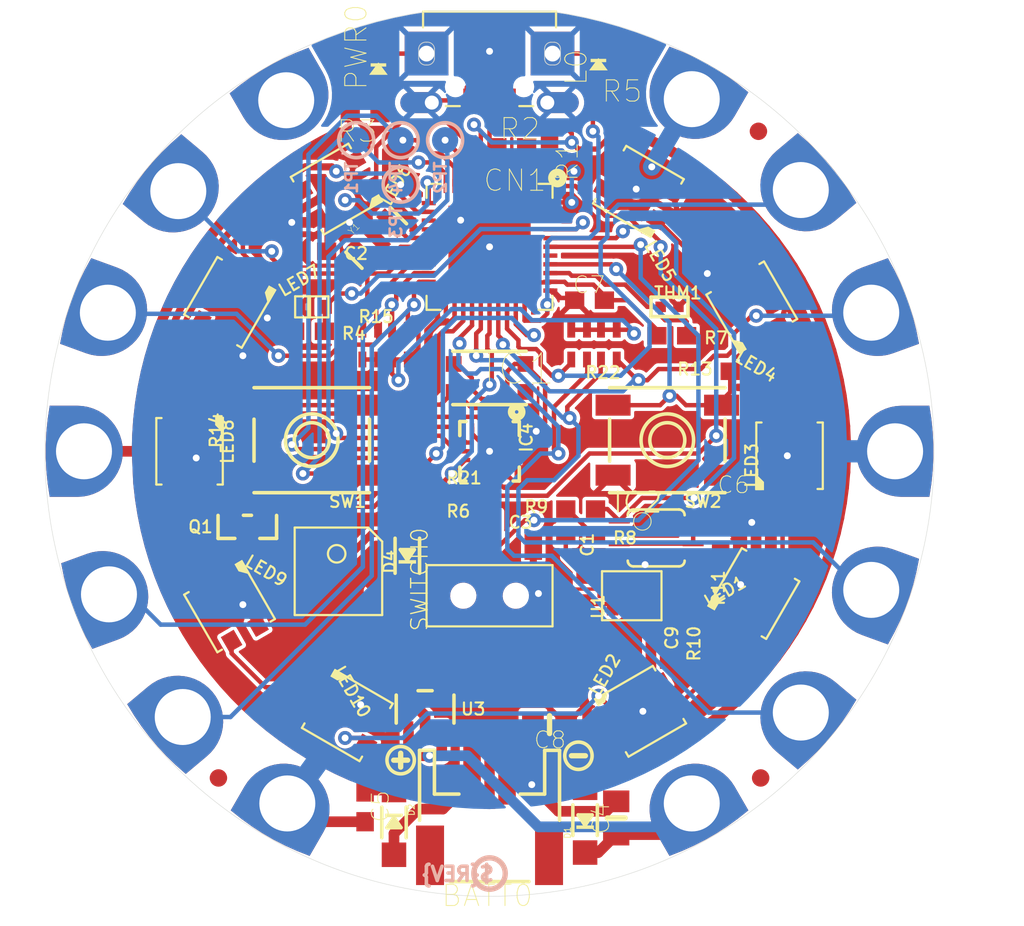
<source format=kicad_pcb>
(kicad_pcb (version 20221018) (generator pcbnew)
  (layers (0 "F.Cu" signal) (1 "In1.Cu" signal) (2 "In2.Cu" signal) (3 "In3.Cu" signal) (4 "In4.Cu" signal) (5 "In5.Cu" signal) (6 "In6.Cu" signal) (7 "In7.Cu" signal) (8 "In8.Cu" signal) (9 "In9.Cu" signal) (10 "In10.Cu" signal) (11 "In11.Cu" signal) (12 "In12.Cu" signal) (13 "In13.Cu" signal) (14 "In14.Cu" signal) (31 "B.Cu" signal) (34 "B.Paste" user) (35 "F.Paste" user) (36 "B.SilkS" user "B.Silkscreen") (37 "F.SilkS" user "F.Silkscreen") (38 "B.Mask" user) (39 "F.Mask" user) (44 "Edge.Cuts" user))
  (net 0 "")
  (net 1 "N$3")
  (net 2 "N$4")
  (net 3 "GND")
  (net 4 "+5V")
  (net 5 "MOSI")
  (net 6 "MISO")
  (net 7 "SCK")
  (net 8 "RST")
  (net 9 "N$9")
  (net 10 "N$8")
  (net 11 "N$1")
  (net 12 "D10")
  (net 13 "D9")
  (net 14 "NEOPIX")
  (net 15 "D1/TX")
  (net 16 "D0/RX")
  (net 17 "D+")
  (net 18 "VCC")
  (net 19 "N$7")
  (net 20 "D6")
  (net 21 "D12")
  (net 22 "D13")
  (net 23 "N$14")
  (net 24 "N$16")
  (net 25 "N$17")
  (net 26 "N$18")
  (net 27 "N$19")
  (net 28 "N$20")
  (net 29 "3.3V")
  (net 30 "D3_SCL")
  (net 31 "D2_SDA")
  (net 32 "A4_SOUND_SENSE")
  (net 33 "A2")
  (net 34 "D8")
  (net 35 "A0_TEMP_SENSE")
  (net 36 "N$15")
  (net 37 "N$11")
  (net 38 "N$12")
  (net 39 "LEFTBUTTON")
  (net 40 "A1_RIGHTBUTTON")
  (net 41 "A3_SWITCH")
  (net 42 "N$10")
  (net 43 "D11")
  (net 44 "N$13")
  (net 45 "SPEAKER")
  (net 46 "N$25")
  (net 47 "SOUNDOUT")
  (net 48 "A5_LIGHT_SENSE")
  (net 49 "N$24")
  (net 50 "D-")
  (net 51 "TXLED")
  (net 52 "D7_LISINT")
  (net 53 "AREF")
  (net 54 "N$6")
  (net 55 "VCC/2")
  (net 56 "N$2")
  (footprint "working:FIDUCIAL_1MM" (layer "F.Cu") (at 163.8681 86.57808)
    (fp_text reference "U$2" hide)
    (fp_text value "FIDUCIAL\"\"" hide)
  )
  (footprint "working:SEWALLI" (layer "F.Cu") (at 125.8316 104.86608 90)
    (fp_text reference "UNK3.3VTAP0" hide)
    (fp_text value "SEWTAP-ALLIGATOR" hide)
  )
  (footprint "working:LED3535" (layer "F.Cu") (at 157.1371 119.72508 30)
    (fp_text reference "LED2")
    (fp_text value "WS2812B3535")
  )
  (footprint "working:0805-NO" (layer "F.Cu") (at 155.7401 125.82108 90)
    (fp_text reference "C4")
    (fp_text value "10uF")
  )
  (footprint "working:RESPACK_4X0603_NO" (layer "F.Cu") (at 154.4701 98.77008 180)
    (fp_text reference "R22")
    (fp_text value "1M")
  )
  (footprint "working:SOT23-WIDE" (layer "F.Cu") (at 134.6581 109.18408 180)
    (fp_text reference "Q1")
    (fp_text value "MMBT2222")
  )
  (footprint "working:SEWALLI" (layer "F.Cu") (at 169.8371 97.11908 -70)
    (fp_text reference "IO9" hide)
    (fp_text value "SEWTAP-ALLIGATOR" hide)
  )
  (footprint "working:SOD-323" (layer "F.Cu") (at 143.8021 110.83508 90)
    (fp_text reference "D4")
    (fp_text value "1N4148")
  )
  (footprint "working:4UCONN_20329_V2" (layer "F.Cu") (at 148.5011 84.03808 180)
    (fp_text reference "CN1")
    (fp_text value "MicroB USB")
    (fp_line (start -4.05 2.15) (end -4.05 1.6) (stroke (width 0.05)) (layer "Edge.Cuts"))
    (fp_line (start -3.7 1.25) (end -3.5 1.25) (stroke (width 0.05)) (layer "Edge.Cuts"))
    (fp_line (start -3.5 2.55) (end -3.7 2.55) (stroke (width 0.05)) (layer "Edge.Cuts"))
    (fp_line (start -3.15 1.6) (end -3.15 2.15) (stroke (width 0.05)) (layer "Edge.Cuts"))
    (fp_line (start 3.15 2.2) (end 3.15 1.6) (stroke (width 0.05)) (layer "Edge.Cuts"))
    (fp_line (start 4.05 1.6) (end 4.05 2.2) (stroke (width 0.05)) (layer "Edge.Cuts"))
    (fp_arc (start -4.05 1.6) (mid -3.947487 1.352513) (end -3.7 1.25) (stroke (width 0.05)) (layer "Edge.Cuts"))
    (fp_arc (start -3.7 2.55) (mid -3.957843 2.422487) (end -4.05 2.15) (stroke (width 0.05)) (layer "Edge.Cuts"))
    (fp_arc (start -3.5 1.25) (mid -3.252513 1.352513) (end -3.15 1.6) (stroke (width 0.05)) (layer "Edge.Cuts"))
    (fp_arc (start -3.15 2.15) (mid -3.242157 2.422487) (end -3.5 2.55) (stroke (width 0.05)) (layer "Edge.Cuts"))
    (fp_arc (start 3.15 1.6) (mid 3.302513 1.331802) (end 3.6 1.25) (stroke (width 0.05)) (layer "Edge.Cuts"))
    (fp_arc (start 3.6 1.25) (mid 3.897487 1.331802) (end 4.05 1.6) (stroke (width 0.05)) (layer "Edge.Cuts"))
    (fp_arc (start 3.6 2.55) (mid 3.302513 2.468198) (end 3.15 2.2) (stroke (width 0.05)) (layer "Edge.Cuts"))
    (fp_arc (start 4.05 2.2) (mid 3.897487 2.468198) (end 3.6 2.55) (stroke (width 0.05)) (layer "Edge.Cuts"))
  )
  (footprint "working:0603-NO" (layer "F.Cu") (at 141.3891 85.56208 180)
    (fp_text reference "R3")
    (fp_text value "1K")
  )
  (footprint "working:SEWALLI" (layer "F.Cu") (at 159.8041 85.18108 -30)
    (fp_text reference "UNK3V3TAP2" hide)
    (fp_text value "SEWTAP-ALLIGATOR" hide)
  )
  (footprint "working:SEWALLI" (layer "F.Cu") (at 137.1346 85.24458 30)
    (fp_text reference "GND3TAP0" hide)
    (fp_text value "SEWTAP-ALLIGATOR" hide)
  )
  (footprint "working:_0402" (layer "F.Cu") (at 158.7881 96.61108)
    (fp_text reference "THM1")
    (fp_text value "10K")
  )
  (footprint "working:LED3535" (layer "F.Cu") (at 157.0101 90.00708 150)
    (fp_text reference "LED5")
    (fp_text value "WS2812B3535")
  )
  (footprint "working:SEWALLI" (layer "F.Cu") (at 137.1981 124.55108 150)
    (fp_text reference "GNDTAP2" hide)
    (fp_text value "SEWTAP-ALLIGATOR" hide)
  )
  (footprint "working:0603-NO" (layer "F.Cu") (at 163.1061 100.29408 180)
    (fp_text reference "R13")
    (fp_text value "10K")
  )
  (footprint "working:SEWALLI" (layer "F.Cu") (at 169.8371 112.61308 -110)
    (fp_text reference "D6" hide)
    (fp_text value "SEWTAP-ALLIGATOR" hide)
  )
  (footprint "working:CPLAYFRONT" (layer "F.Cu") (at 123.1011 130.26608)
    (fp_text reference "U$34" hide)
    (fp_text value "" hide)
  )
  (footprint "working:SEWALLI" (layer "F.Cu") (at 127.2286 112.86708 110)
    (fp_text reference "RX0" hide)
    (fp_text value "SEWTAP-ALLIGATOR" hide)
  )
  (footprint "working:0603-NO" (layer "F.Cu") (at 158.9151 98.26208)
    (fp_text reference "R7")
    (fp_text value "10K")
  )
  (footprint "working:ALS-PT19-315C" (layer "F.Cu") (at 138.3411 96.61108)
    (fp_text reference "U2" hide)
    (fp_text value "ALS-PT19-315C" hide)
  )
  (footprint "working:EG1390" (layer "F.Cu") (at 148.5011 113.12108)
    (fp_text reference "SWITCH0")
    (fp_text value "EG1390")
  )
  (footprint "working:FIDUCIAL_1MM" (layer "F.Cu") (at 133.0071 123.53508)
    (fp_text reference "U$3" hide)
    (fp_text value "FIDUCIAL\"\"" hide)
  )
  (footprint "working:SOD-123" (layer "F.Cu") (at 143.0401 126.07508 -90)
    (fp_text reference "D2")
    (fp_text value "SCHOTTKY (1A)")
  )
  (footprint "working:0603-NO" (layer "F.Cu") (at 144.1831 106.26308)
    (fp_text reference "R21")
    (fp_text value "100")
  )
  (footprint "working:0603-NO" (layer "F.Cu") (at 154.2161 96.23008)
    (fp_text reference "C7")
    (fp_text value "1uF")
  )
  (footprint "working:LED3535" (layer "F.Cu") (at 133.6421 113.75608 -60)
    (fp_text reference "LED9")
    (fp_text value "WS2812B3535")
  )
  (footprint "working:0603-NO" (layer "F.Cu") (at 159.0421 112.99408 -90)
    (fp_text reference "C9")
    (fp_text value "1uF")
  )
  (footprint "working:0603-NO" (layer "F.Cu") (at 141.3891 125.18608 -90)
    (fp_text reference "C5")
    (fp_text value "1uF")
  )
  (footprint "working:0603-NO" (layer "F.Cu") (at 160.3121 112.99408 -90)
    (fp_text reference "R10")
    (fp_text value "10K")
  )
  (footprint "working:0603-NO" (layer "F.Cu") (at 138.3411 93.43608)
    (fp_text reference "C2")
    (fp_text value "1uF")
  )
  (footprint "working:0603-NO" (layer "F.Cu") (at 138.2141 98.00808)
    (fp_text reference "R4")
    (fp_text value "10K")
  )
  (footprint "working:SPW2430HR5H-B" (layer "F.Cu") (at 156.6291 113.12108 90)
    (fp_text reference "U1")
    (fp_text value "SPW2430")
  )
  (footprint "working:SEWALLI" (layer "F.Cu") (at 127.1651 97.11908 70)
    (fp_text reference "SDA0" hide)
    (fp_text value "SEWTAP-ALLIGATOR" hide)
  )
  (footprint "working:SEWALLI" (layer "F.Cu") (at 165.9001 90.26108 -50)
    (fp_text reference "IO10" hide)
    (fp_text value "SEWTAP-ALLIGATOR" hide)
  )
  (footprint "working:LGA16_3X3MM" (layer "F.Cu") (at 148.5011 104.86608 -90)
    (fp_text reference "IC4")
    (fp_text value "LIS3DH")
  )
  (footprint "working:TQFN44_7MM" (layer "F.Cu") (at 148.5011 93.18208 180)
    (fp_text reference "IC1")
    (fp_text value "ATMEGA32U4-MU")
  )
  (footprint "working:0603-NO" (layer "F.Cu") (at 155.6131 85.30808)
    (fp_text reference "R5")
    (fp_text value "1K")
  )
  (footprint "working:BTN_KMR2_4.6X2.8" (layer "F.Cu") (at 148.5011 100.67508 180)
    (fp_text reference "RESET0" hide)
    (fp_text value "KMR2" hide)
  )
  (footprint "working:0603-NO" (layer "F.Cu") (at 147.7391 108.80308)
    (fp_text reference "C3")
    (fp_text value "1uF")
  )
  (footprint "working:LED3535" (layer "F.Cu") (at 140.3731 119.97908 -30)
    (fp_text reference "LED10")
    (fp_text value "WS2812B3535")
  )
  (footprint "working:LED3535" (layer "F.Cu") (at 163.4871 96.61108 120)
    (fp_text reference "LED4")
    (fp_text value "WS2812B3535")
  )
  (footprint "working:SEWALLI" (layer "F.Cu") (at 159.8041 124.55108 -150)
    (fp_text reference "VCC2" hide)
    (fp_text value "SEWTAP-ALLIGATOR" hide)
  )
  (footprint "working:0603-NO" (layer "F.Cu") (at 153.7081 108.16808 180)
    (fp_text reference "R9")
    (fp_text value "100K")
  )
  (footprint "working:SEWALLI" (layer "F.Cu") (at 171.1706 104.86608 -90)
    (fp_text reference "GNDTAP0" hide)
    (fp_text value "SEWTAP-ALLIGATOR" hide)
  )
  (footprint "working:0603-NO" (layer "F.Cu") (at 153.7081 109.69208)
    (fp_text reference "R8")
    (fp_text value "1K")
  )
  (footprint "working:SOT23-5" (layer "F.Cu") (at 144.8181 119.59808)
    (fp_text reference "U3")
    (fp_text value "AP2112K-3.3")
  )
  (footprint "working:RESONATOR-SMD" (layer "F.Cu") (at 142.0241 92.67408 45)
    (fp_text reference "Y1")
    (fp_text value "8MHz")
  )
  (footprint "working:MSOP08" (layer "F.Cu") (at 158.0261 109.81908 -90)
    (fp_text reference "IC2")
    (fp_text value "LMV358MM")
  )
  (footprint "working:0603-NO" (layer "F.Cu") (at 151.9301 87.84808 -90)
    (fp_text reference "R1")
    (fp_text value "22")
  )
  (footprint "working:SEWALLI" (layer "F.Cu") (at 165.9001 119.47108 -130)
    (fp_text reference "IO12" hide)
    (fp_text value "SEWTAP-ALLIGATOR" hide)
  )
  (footprint "working:0603-NO" (layer "F.Cu") (at 149.7711 87.46708)
    (fp_text reference "R2")
    (fp_text value "22")
  )
  (footprint "working:RESPACK_4X0603_NO" (layer "F.Cu") (at 142.5321 98.77008)
    (fp_text reference "R15")
    (fp_text value "1M")
  )
  (footprint "working:SEWALLI" (layer "F.Cu") (at 131.3561 119.72508 130)
    (fp_text reference "TX0" hide)
    (fp_text value "SEWTAP-ALLIGATOR" hide)
  )
  (footprint "working:LED3535" (layer "F.Cu") (at 133.6421 96.35708 -120)
    (fp_text reference "LED7")
    (fp_text value "WS2812B3535")
  )
  (footprint "working:FIDUCIAL_1MM" (layer "F.Cu") (at 163.9951 123.53508)
    (fp_text reference "U$6" hide)
    (fp_text value "FIDUCIAL\"\"" hide)
  )
  (footprint "working:0603-NO" (layer "F.Cu") (at 162.4711 107.66008)
    (fp_text reference "C6")
    (fp_text value "1uF")
  )
  (footprint "working:SYMBOL_MINUS" (layer "F.Cu") (at 153.5811 122.26508)
    (fp_text reference "U$1" hide)
    (fp_text value "" hide)
  )
  (footprint "working:0603-NO" (layer "F.Cu") (at 161.7091 109.81908 -90)
    (fp_text reference "R11")
    (fp_text value "20K")
  )
  (footprint "working:EVQ-Q2_SMALLER" (layer "F.Cu") (at 158.6611 104.23108 180)
    (fp_text reference "SW2")
    (fp_text value "EVQQ")
  )
  (footprint "working:0603-NO" (layer "F.Cu") (at 133.0071 100.80208 -90)
    (fp_text reference "R14")
    (fp_text value "10K")
  )
  (footprint "working:BUZZER_SMT_5MM" (layer "F.Cu") (at 139.8651 111.72408)
    (fp_text reference "SP1" hide)
    (fp_text value "8MM" hide)
  )
  (footprint "working:0603-NO" (layer "F.Cu") (at 153.9621 112.74008 90)
    (fp_text reference "C1")
    (fp_text value "0.1uF")
  )
  (footprint "working:0603-NO" (layer "F.Cu") (at 144.1831 108.16808)
    (fp_text reference "R6")
    (fp_text value "10K")
  )
  (footprint "working:CHIPLED_0805_NOOUTLINE" (layer "F.Cu") (at 154.7241 82.76808)
    (fp_text reference "L0")
    (fp_text value "RED")
  )
  (footprint "working:EVQ-Q2_SMALLER" (layer "F.Cu") (at 138.3411 104.23108 180)
    (fp_text reference "SW1")
    (fp_text value "EVQQ")
  )
  (footprint "working:SEWALLI" (layer "F.Cu") (at 131.1021 90.32458 50)
    (fp_text reference "SCL0" hide)
    (fp_text value "SEWTAP-ALLIGATOR" hide)
  )
  (footprint "working:LED3535" (layer "F.Cu") (at 163.6141 112.99408 60)
    (fp_text reference "LED1")
    (fp_text value "WS2812B3535")
  )
  (footprint "working:LED3535" (layer "F.Cu") (at 131.3561 104.86608 -90)
    (fp_text reference "LED8")
    (fp_text value "WS2812B3535")
  )
  (footprint "working:LED3535" (layer "F.Cu") (at 139.7381 89.88008 -150)
    (fp_text reference "LED6")
    (fp_text value "WS2812B3535")
  )
  (footprint "working:JSTPH2" (layer "F.Cu") (at 148.5011 126.45608 180)
    (fp_text reference "BATT0")
    (fp_text value "3-6VDC")
  )
  (footprint "working:SOD-123" (layer "F.Cu") (at 153.9621 125.94808 90)
    (fp_text reference "D1")
    (fp_text value "SCHOTTKY (1A)")
  )
  (footprint "working:SYMBOL_PLUS" (layer "F.Cu") (at 143.4211 122.51908)
    (fp_text reference "U$35" hide)
    (fp_text value "" hide)
  )
  (footprint "working:CHIPLED_0805_NOOUTLINE" (layer "F.Cu") (at 142.1511 83.02208)
    (fp_text reference "PWR0")
    (fp_text value "GREEN")
  )
  (footprint "working:LED3535" (layer "F.Cu") (at 165.6461 105.12008 90)
    (fp_text reference "LED3")
    (fp_text value "WS2812B3535")
  )
  (footprint "working:0805-NO" (layer "F.Cu") (at 151.9301 120.48708 180)
    (fp_text reference "C8")
    (fp_text value "10uF")
  )
  (footprint "working:FLORAMED" (layer "B.Cu") (at 160.1851 102.96108 180)
    (fp_text reference "U$4" hide)
    (fp_text value "" hide)
  )
  (footprint "working:TESTPOINT_ROUND_1.5MM" (layer "B.Cu") (at 140.8811 87.08608 -90)
    (fp_text reference "TP1")
    (fp_text value "MISO")
  )
  (footprint "working:CPLAYBACK" (layer "B.Cu") (at 173.9011 130.26608 180)
    (fp_text reference "U$46" hide)
    (fp_text value "" hide)
  )
  (footprint "working:TESTPOINT_ROUND_1.5MM" (layer "B.Cu") (at 145.9611 87.08608 -90)
    (fp_text reference "TP2")
    (fp_text value "SCK")
  )
  (footprint "working:TESTPOINT_ROUND_1.5MM" (layer "B.Cu") (at 143.4211 89.62608 -90)
    (fp_text reference "TP3")
    (fp_text value "RST")
  )
  (footprint "working:TESTPOINT_ROUND_1.5MM" (layer "B.Cu") (at 143.4211 87.08608 -90)
    (fp_text reference "TP4")
    (fp_text value "MOSI")
  )
  (footprint "working:PCBFEAT-REV-040" (layer "B.Cu") (at 148.5011 128.99608 180)
    (fp_text reference "U$7" hide)
    (fp_text value "" hide)
  )
  (gr_arc (start 151.9936 79.72008) (mid 148.5011 130.299419) (end 145.0086 79.72008) (stroke (width 0.0254)) (layer "Edge.Cuts"))
  (gr_line (start 145.0086 79.72008) (end 151.9936 79.72008) (stroke (width 0.05)) (layer "Edge.Cuts"))
  (segment (start 150.4959 88.69808) (end 151.9301 88.69808) (width 0.254) (layer "F.Cu") (net 1))
  (segment (start 150.0011 89.70708) (end 150.0011 89.19288) (width 0.254) (layer "F.Cu") (net 1))
  (segment (start 150.0011 89.19288) (end 150.4959 88.69808) (width 0.254) (layer "F.Cu") (net 1))
  (segment (start 149.5011 89.01888) (end 149.5011 89.70708) (width 0.254) (layer "F.Cu") (net 2))
  (segment (start 150.6211 87.46708) (end 150.6601 87.46708) (width 0.254) (layer "F.Cu") (net 2))
  (segment (start 150.6601 87.46708) (end 150.6601 87.85988) (width 0.254) (layer "F.Cu") (net 2))
  (segment (start 150.6601 87.85988) (end 149.5011 89.01888) (width 0.254) (layer "F.Cu") (net 2))
  (segment (start 157.7631 113.59008) (end 157.7241 113.62908) (width 0.254) (layer "F.Cu") (net 3))
  (segment (start 133.524875 98.310127) (end 133.5151 98.319902) (width 0.254) (layer "F.Cu") (net 3))
  (segment (start 145.2011 84.93808) (end 145.2011 84.93808) (width 0.254) (layer "F.Cu") (net 3))
  (segment (start 145.217847 84.87558) (end 145.2636 84.829827) (width 0.254) (layer "F.Cu") (net 3))
  (segment (start 158.215143 118.092305) (end 157.7241 117.601261) (width 0.6096) (layer "F.Cu") (net 3))
  (segment (start 145.2011 84.93808) (end 145.217847 84.87558) (width 0.254) (layer "F.Cu") (net 3))
  (segment (start 132.2311 105.74108) (end 131.7371 105.24708) (width 0.6096) (layer "F.Cu") (net 3))
  (segment (start 147.5011 103.51608) (end 147.5011 103.86608) (width 0.254) (layer "F.Cu") (net 3))
  (segment (start 164.7711 103.37008) (end 164.7711 104.37208) (width 0.6096) (layer "F.Cu") (net 3))
  (segment (start 137.3641 98.00808) (end 136.3971 98.00808) (width 0.254) (layer "F.Cu") (net 3))
  (segment (start 159.0421 113.84408) (end 158.9941 113.79608) (width 0.6096) (layer "F.Cu") (net 3))
  (segment (start 154.7241 81.71808) (end 154.3041 82.13808) (width 0.254) (layer "F.Cu") (net 3))
  (segment (start 142.824372 119.59808) (end 144.4371 119.59808) (width 0.6096) (layer "F.Cu") (net 3))
  (segment (start 149.5171 101.43708) (end 149.0726 101.88158) (width 0.254) (layer "F.Cu") (net 3))
  (segment (start 139.1911 93.43608) (end 139.1911 91.512855) (width 0.254) (layer "F.Cu") (net 3))
  (segment (start 148.5011 93.05508) (end 148.5011 93.18208) (width 0.254) (layer "F.Cu") (net 3))
  (segment (start 163.731325 111.606855) (end 162.8521 112.48608) (width 0.6096) (layer "F.Cu") (net 3))
  (segment (start 163.3211 108.76408) (end 163.4871 108.93008) (width 0.254) (layer "F.Cu") (net 3))
  (segment (start 151.0011 110.24008) (end 151.0411 110.20008) (width 0.254) (layer "F.Cu") (net 3))
  (segment (start 135.274875 114.499855) (end 134.4041 113.62908) (width 0.6096) (layer "F.Cu") (net 3))
  (segment (start 161.027368 94.70608) (end 160.9471 94.70608) (width 0.6096) (layer "F.Cu") (net 3))
  (segment (start 151.6761 101.05608) (end 151.6761 103.21508) (width 0.254) (layer "F.Cu") (net 3))
  (segment (start 149.9361 99.87508) (end 150.5511 99.87508) (width 0.254) (layer "F.Cu") (net 3))
  (segment (start 144.8181 119.97908) (end 144.8181 120.89818) (width 0.6096) (layer "F.Cu") (net 3))
  (segment (start 149.2231 91.18208) (end 149.0011 91.40408) (width 0.254) (layer "F.Cu") (net 3))
  (segment (start 147.7511 82.03808) (end 149.2511 82.03808) (width 0.254) (layer "F.Cu") (net 3))
  (segment (start 149.7541 122.75608) (end 149.5011 122.75608) (width 0.6096) (layer "F.Cu") (net 3))
  (segment (start 158.9941 113.79608) (end 157.7241 113.79608) (width 0.6096) (layer "F.Cu") (net 3))
  (segment (start 157.2641 119.043348) (end 157.2641 119.72508) (width 0.6096) (layer "F.Cu") (net 3))
  (segment (start 142.326147 120.096305) (end 142.824372 119.59808) (width 0.6096) (layer "F.Cu") (net 3))
  (segment (start 132.2311 106.61608) (end 132.2311 105.74108) (width 0.6096) (layer "F.Cu") (net 3))
  (segment (start 147.3741 92.18208) (end 146.8501 91.65808) (width 0.254) (layer "F.Cu") (net 3))
  (segment (start 157.7241 112.44608) (end 157.3911 112.11308) (width 0.254) (layer "F.Cu") (net 3))
  (segment (start 149.0011 105.12008) (end 149.0011 106.21608) (width 0.254) (layer "F.Cu") (net 3))
  (segment (start 145.2636 84.829827) (end 145.3261 84.81308) (width 0.254) (layer "F.Cu") (net 3))
  (segment (start 142.2341 82.11584) (end 142.3171 82.13808) (width 0.254) (layer "F.Cu") (net 3))
  (segment (start 151.9761 91.18208) (end 149.2231 91.18208) (width 0.254) (layer "F.Cu") (net 3))
  (segment (start 163.731325 109.174305) (end 163.4871 108.93008) (width 0.254) (layer "F.Cu") (net 3))
  (segment (start 132.2311 106.70708) (end 133.7081 108.18408) (width 0.4064) (layer "F.Cu") (net 3))
  (segment (start 142.326147 120.096305) (end 141.573922 119.34408) (width 0.6096) (layer "F.Cu") (net 3))
  (segment (start 147.4851 100.67508) (end 146.6851 99.87508) (width 0.254) (layer "F.Cu") (net 3))
  (segment (start 149.5011 121.96608) (end 149.5011 122.75608) (width 0.6096) (layer "F.Cu") (net 3))
  (segment (start 160.3121 113.84408) (end 159.0421 113.84408) (width 0.254) (layer "F.Cu") (net 3))
  (segment (start 147.2011 84.81308) (end 147.2011 84.06808) (width 0.254) (layer "F.Cu") (net 3))
  (segment (start 152.9461 95.34108) (end 154.4311 95.34108) (width 0.254) (layer "F.Cu") (net 3))
  (segment (start 146.6851 99.87508) (end 146.4511 99.87508) (width 0.254) (layer "F.Cu") (net 3))
  (segment (start 155.9131 110.79308) (end 156.4631 111.34308) (width 0.254) (layer "F.Cu") (net 3))
  (segment (start 151.0011 96.65708) (end 151.0011 95.80908) (width 0.254) (layer "F.Cu") (net 3))
  (segment (start 151.9761 95.18208) (end 151.9441 95.21408) (width 0.254) (layer "F.Cu") (net 3))
  (segment (start 151.0011 110.32108) (end 151.0011 110.24008) (width 0.254) (layer "F.Cu") (net 3))
  (segment (start 142.3171 82.13808) (end 144.9011 82.13808) (width 0.254) (layer "F.Cu") (net 3))
  (segment (start 157.7241 113.62908) (end 157.7241 113.79608) (width 0.6096) (layer "F.Cu") (net 3))
  (segment (start 154.4311 95.34108) (end 155.0661 95.97608) (width 0.254) (layer "F.Cu") (net 3))
  (segment (start 145.3261 84.81308) (end 147.2011 84.81308) (width 0.254) (layer "F.Cu") (net 3))
  (segment (start 147.4851 101.31008) (end 147.4851 100.67508) (width 0.254) (layer "F.Cu") (net 3))
  (segment (start 147.2011 84.06808) (end 147.7511 83.51808) (width 0.254) (layer "F.Cu") (net 3))
  (segment (start 156.873325 89.889855) (end 156.8831 89.88008) (width 0.254) (layer "F.Cu") (net 3))
  (segment (start 155.1711 125.44008) (end 155.7401 124.87108) (width 0.6096) (layer "F.Cu") (net 3))
  (segment (start 141.573922 119.34408) (end 141.1351 119.34408) (width 0.6096) (layer "F.Cu") (net 3))
  (segment (start 148.3741 93.18208) (end 148.5011 93.18208) (width 0.254) (layer "F.Cu") (net 3))
  (segment (start 150.9801 120.48708) (end 149.5011 121.96608) (width 0.6096) (layer "F.Cu") (net 3))
  (segment (start 148.0011 108.21508) (end 148.5891 108.80308) (width 0.254) (layer "F.Cu") (net 3))
  (segment (start 148.5011 93.30908) (end 148.5011 93.18208) (width 0.254) (layer "F.Cu") (net 3))
  (segment (start 151.0011 115.92108) (end 151.0011 112.99408) (width 0.4064) (layer "F.Cu") (net 3))
  (segment (start 151.0011 95.80908) (end 150.4061 95.21408) (width 0.254) (layer "F.Cu") (net 3))
  (segment (start 157.7241 117.601261) (end 157.7241 113.79608) (width 0.6096) (layer "F.Cu") (net 3))
  (segment (start 133.524875 98.310127) (end 133.524875 98.525855) (width 0.254) (layer "F.Cu") (net 3))
  (segment (start 142.1511 81.97208) (end 142.1511 81.97208) (width 0.254) (layer "F.Cu") (net 3))
  (segment (start 145.0261 92.18208) (end 147.3741 92.18208) (width 0.254) (layer "F.Cu") (net 3))
  (segment (start 151.0011 112.99408) (end 151.2951 112.99408) (width 0.4064) (layer "F.Cu") (net 3))
  (segment (start 148.0011 106.21608) (end 148.0011 105.12008) (width 0.254) (layer "F.Cu") (net 3))
  (segment (start 157.3911 112.11308) (end 157.3911 111.34308) (width 0.254) (layer "F.Cu") (net 3))
  (segment (start 147.6281 92.18208) (end 147.3741 92.18208) (width 0.254) (layer "F.Cu") (net 3))
  (segment (start 156.3751 96.23008) (end 155.0661 96.23008) (width 0.254) (layer "F.Cu") (net 3))
  (segment (start 147.5011 103.86608) (end 148.0011 104.36608) (width 0.254) (layer "F.Cu") (net 3))
  (segment (start 135.8011 97.41208) (end 135.8011 97.24608) (width 0.254) (layer "F.Cu") (net 3))
  (segment (start 156.4631 111.34308) (end 157.3911 111.34308) (width 0.254) (layer "F.Cu") (net 3))
  (segment (start 146.0011 96.65708) (end 146.0011 95.55508) (width 0.254) (layer "F.Cu") (net 3))
  (segment (start 147.6281 92.18208) (end 148.5011 93.05508) (width 0.254) (layer "F.Cu") (net 3))
  (segment (start 149.0011 91.40408) (end 149.0011 92.55508) (width 0.254) (layer "F.Cu") (net 3))
  (segment (start 149.5171 100.29408) (end 149.9361 99.87508) (width 0.254) (layer "F.Cu") (net 3))
  (segment (start 136.8171 124.86402) (end 136.9441 124.99102) (width 1.27) (layer "F.Cu") (net 3))
  (segment (start 163.731325 111.041033) (end 163.731325 109.174305) (width 0.6096) (layer "F.Cu") (net 3))
  (segment (start 138.387832 91.78508) (end 137.1981 91.78508) (width 0.6096) (layer "F.Cu") (net 3))
  (segment (start 152.7871 95.18208) (end 152.9461 95.34108) (width 0.254) (layer "F.Cu") (net 3))
  (segment (start 138.4291 126.03608) (end 136.8171 124.42408) (width 0.254) (layer "F.Cu") (net 3))
  (segment (start 151.6761 101.05608) (end 150.5511 99.93108) (width 0.254) (layer "F.Cu") (net 3))
  (segment (start 151.0011 110.32108) (end 151.0011 112.99408) (width 0.4064) (layer "F.Cu") (net 3))
  (segment (start 136.3971 98.00808) (end 135.8011 97.41208) (width 0.254) (layer "F.Cu") (net 3))
  (segment (start 151.6761 103.21508) (end 151.1681 103.72308) (width 0.254) (layer "F.Cu") (net 3))
  (segment (start 141.3891 126.03608) (end 138.4291 126.03608) (width 0.6096) (layer "F.Cu") (net 3))
  (segment (start 163.3211 107.66008) (end 163.3211 108.76408) (width 0.254) (layer "F.Cu") (net 3))
  (segment (start 161.854325 95.533037) (end 161.027368 94.70608) (width 0.6096) (layer "F.Cu") (net 3))
  (segment (start 138.660057 91.512855) (end 138.387832 91.78508) (width 0.6096) (layer "F.Cu") (net 3))
  (segment (start 146.0011 95.55508) (end 148.3741 93.18208) (width 0.254) (layer "F.Cu") (net 3))
  (segment (start 164.7711 104.37208) (end 165.5191 105.12008) (width 0.6096) (layer "F.Cu") (net 3))
  (segment (start 150.5511 99.93108) (end 150.5511 99.87508) (width 0.254) (layer "F.Cu") (net 3))
  (segment (start 155.057053 89.889855) (end 156.873325 89.889855) (width 0.6096) (layer "F.Cu") (net 3))
  (segment (start 142.1511 81.97208) (end 142.17334 82.05508) (width 0.254) (layer "F.Cu") (net 3))
  (segment (start 154.3041 82.13808) (end 152.1011 82.13808) (width 0.254) (layer "F.Cu") (net 3))
  (segment (start 142.17334 82.05508) (end 142.2341 82.11584) (width 0.254) (layer "F.Cu") (net 3))
  (segment (start 149.0726 101.88158) (end 148.0566 101.88158) (width 0.254) (layer "F.Cu") (net 3))
  (segment (start 163.731325 111.041033) (end 163.731325 111.606855) (width 0.6096) (layer "F.Cu") (net 3))
  (segment (start 138.660057 91.512855) (end 138.932282 91.78508) (width 0.254) (layer "F.Cu") (net 3))
  (segment (start 164.7711 101.10908) (end 163.9561 100.29408) (width 0.254) (layer "F.Cu") (net 3))
  (segment (start 158.0651 97.92008) (end 158.0651 98.26208) (width 0.254) (layer "F.Cu") (net 3))
  (segment (start 157.7241 112.44608) (end 157.7241 113.62908) (width 0.6096) (layer "F.Cu") (net 3))
  (segment (start 133.0071 99.95208) (end 133.8571 99.95208) (width 0.6096) (layer "F.Cu") (net 3))
  (segment (start 150.9141 123.91608) (end 149.7541 122.75608) (width 0.6096) (layer "F.Cu") (net 3))
  (segment (start 148.7471 104.86608) (end 148.5011 104.86608) (width 0.254) (layer "F.Cu") (net 3))
  (segment (start 149.0011 105.12008) (end 148.7471 104.86608) (width 0.254) (layer "F.Cu") (net 3))
  (segment (start 144.4371 119.59808) (end 144.8181 119.97908) (width 0.6096) (layer "F.Cu") (net 3))
  (segment (start 147.7511 83.51808) (end 147.7511 82.03808) (width 0.254) (layer "F.Cu") (net 3))
  (segment (start 148.0011 105.12008) (end 149.0011 105.12008) (width 0.254) (layer "F.Cu") (net 3))
  (segment (start 148.0566 101.88158) (end 147.4851 101.31008) (width 0.254) (layer "F.Cu") (net 3))
  (segment (start 149.0011 92.55508) (end 148.5011 93.05508) (width 0.254) (layer "F.Cu") (net 3))
  (segment (start 158.215143 118.092305) (end 157.2641 119.043348) (width 0.6096) (layer "F.Cu") (net 3))
  (segment (start 133.8571 99.95208) (end 134.4041 99.40508) (width 0.6096) (layer "F.Cu") (net 3))
  (segment (start 156.3751 96.23008) (end 158.0651 97.92008) (width 0.254) (layer "F.Cu") (net 3))
  (segment (start 151.9761 95.18208) (end 152.7871 95.18208) (width 0.254) (layer "F.Cu") (net 3))
  (segment (start 142.0241 92.67408) (end 141.1351 91.78508) (width 0.254) (layer "F.Cu") (net 3))
  (segment (start 150.9141 123.91608) (end 152.4381 125.44008) (width 0.6096) (layer "F.Cu") (net 3))
  (segment (start 148.0011 104.36608) (end 148.0011 105.12008) (width 0.254) (layer "F.Cu") (net 3))
  (segment (start 135.274875 114.834123) (end 135.274875 114.499855) (width 0.6096) (layer "F.Cu") (net 3))
  (segment (start 133.524875 98.525855) (end 134.4041 99.40508) (width 0.6096) (layer "F.Cu") (net 3))
  (segment (start 141.1351 91.78508) (end 140.5001 91.78508) (width 0.254) (layer "F.Cu") (net 3))
  (segment (start 152.4381 125.44008) (end 155.1711 125.44008) (width 0.6096) (layer "F.Cu") (net 3))
  (segment (start 136.8171 124.42408) (end 136.8171 124.86402) (width 0.254) (layer "F.Cu") (net 3))
  (segment (start 139.1911 91.512855) (end 138.660057 91.512855) (width 0.254) (layer "F.Cu") (net 3))
  (segment (start 150.4061 95.21408) (end 148.5011 93.30908) (width 0.254) (layer "F.Cu") (net 3))
  (segment (start 164.7711 103.37008) (end 164.7711 101.10908) (width 0.254) (layer "F.Cu") (net 3))
  (segment (start 149.0011 89.70708) (end 149.0011 91.40408) (width 0.254) (layer "F.Cu") (net 3))
  (segment (start 138.932282 91.78508) (end 140.5001 91.78508) (width 0.6096) (layer "F.Cu") (net 3))
  (segment (start 132.2311 106.61608) (end 132.2311 106.70708) (width 0.4064) (layer "F.Cu") (net 3))
  (segment (start 148.0011 106.21608) (end 148.0011 108.21508) (width 0.254) (layer "F.Cu") (net 3))
  (segment (start 155.0661 95.97608) (end 155.0661 96.23008) (width 0.254) (layer "F.Cu") (net 3))
  (segment (start 151.9441 95.21408) (end 150.4061 95.21408) (width 0.254) (layer "F.Cu") (net 3))
  (segment (start 149.5171 101.43708) (end 149.5171 100.29408) (width 0.254) (layer "F.Cu") (net 3))
  (via (at 162.8521 112.48608) (size 0.8001) (drill 0.3937) (layers "F.Cu" "B.Cu") (net 3))
  (via (at 163.4871 108.93008) (size 0.8001) (drill 0.3937) (layers "F.Cu" "B.Cu") (net 3))
  (via (at 134.4041 113.62908) (size 0.8001) (drill 0.3937) (layers "F.Cu" "B.Cu") (net 3))
  (via (at 146.8501 91.65808) (size 0.8001) (drill 0.3937) (layers "F.Cu" "B.Cu") (net 3))
  (via (at 157.2641 119.72508) (size 0.8001) (drill 0.3937) (layers "F.Cu" "B.Cu") (net 3))
  (via (at 140.5001 91.78508) (size 0.8001) (drill 0.3937) (layers "F.Cu" "B.Cu") (net 3))
  (via (at 151.2951 112.99408) (size 0.8001) (drill 0.3937) (layers "F.Cu" "B.Cu") (net 3))
  (via (at 137.1981 91.78508) (size 0.8001) (drill 0.3937) (layers "F.Cu" "B.Cu") (net 3))
  (via (at 165.5191 105.12008) (size 0.8001) (drill 0.3937) (layers "F.Cu" "B.Cu") (net 3))
  (via (at 135.8011 97.24608) (size 0.8001) (drill 0.3937) (layers "F.Cu" "B.Cu") (net 3))
  (via (at 151.1681 103.72308) (size 0.8001) (drill 0.3937) (layers "F.Cu" "B.Cu") (net 3))
  (via (at 156.8831 89.88008) (size 0.8001) (drill 0.3937) (layers "F.Cu" "B.Cu") (net 3))
  (via (at 150.9141 123.91608) (size 0.8001) (drill 0.3937) (layers "F.Cu" "B.Cu") (net 3))
  (via (at 131.7371 105.24708) (size 0.8001) (drill 0.3937) (layers "F.Cu" "B.Cu") (net 3))
  (via (at 141.1351 119.34408) (size 0.8001) (drill 0.3937) (layers "F.Cu" "B.Cu") (net 3))
  (via (at 134.4041 99.40508) (size 0.8001) (drill 0.3937) (layers "F.Cu" "B.Cu") (net 3))
  (via (at 148.5011 104.86608) (size 0.8001) (drill 0.3937) (layers "F.Cu" "B.Cu") (net 3))
  (via (at 157.3911 111.34308) (size 0.8001) (drill 0.3937) (layers "F.Cu" "B.Cu") (net 3))
  (via (at 160.9471 94.70608) (size 0.8001) (drill 0.3937) (layers "F.Cu" "B.Cu") (net 3))
  (via (at 148.5011 82.00608) (size 0.8001) (drill 0.3937) (layers "F.Cu" "B.Cu") (net 3))
  (via (at 148.5011 93.18208) (size 0.8001) (drill 0.3937) (layers "F.Cu" "B.Cu") (net 3))
  (segment (start 139.2301 116.55008) (end 139.6111 116.55008) (width 0.254) (layer "B.Cu") (net 3))
  (segment (start 165.7731 104.86608) (end 165.5191 105.12008) (width 1.27) (layer "B.Cu") (net 3))
  (segment (start 140.5001 91.78508) (end 141.0081 91.78508) (width 0.254) (layer "B.Cu") (net 3))
  (segment (start 160.9471 94.70608) (end 160.8201 94.57908) (width 0.254) (layer "B.Cu") (net 3))
  (segment (start 165.5191 104.86608) (end 165.3921 104.73908) (width 0.254) (layer "B.Cu") (net 3))
  (segment (start 163.4871 108.93008) (end 163.3601 108.93008) (width 0.254) (layer "B.Cu") (net 3))
  (segment (start 131.6101 104.86608) (end 131.2291 104.48508) (width 0.254) (layer "B.Cu") (net 3))
  (segment (start 163.3601 108.93008) (end 163.2331 108.80308) (width 0.254) (layer "B.Cu") (net 3))
  (segment (start 165.5191 105.12008) (end 165.5191 104.86608) (width 0.254) (layer "B.Cu") (net 3))
  (segment (start 148.5011 93.18208) (end 148.5011 93.30908) (width 0.254) (layer "B.Cu") (net 3))
  (segment (start 171.6786 104.86608) (end 165.7731 104.86608) (width 1.27) (layer "B.Cu") (net 3))
  (segment (start 136.9441 124.99102) (end 139.1031 122.01108) (width 1.27) (layer "B.Cu") (net 3))
  (segment (start 162.8521 112.48608) (end 162.4711 112.48608) (width 0.254) (layer "B.Cu") (net 3))
  (segment (start 134.4041 113.62908) (end 134.4041 113.50208) (width 0.254) (layer "B.Cu") (net 3))
  (segment (start 156.7561 90.26108) (end 156.8831 90.26108) (width 0.254) (layer "B.Cu") (net 3))
  (segment (start 135.1661 111.21608) (end 135.1661 111.34308) (width 0.254) (layer "B.Cu") (net 3))
  (segment (start 157.2641 119.72508) (end 156.8831 119.72508) (width 0.254) (layer "B.Cu") (net 3))
  (segment (start 168.806524 103.42267) (end 168.848248 104.301434) (width 0.6096) (layer "F.Cu") (net 4))
  (segment (start 165.822748 94.319043) (end 166.275908 95.073108) (width 0.6096) (layer "F.Cu") (net 4))
  (segment (start 153.9621 123.91608) (end 153.9621 124.09808) (width 0.6096) (layer "F.Cu") (net 4))
  (segment (start 168.040515 110.38152) (end 167.770802 111.218911) (width 0.6096) (layer "F.Cu") (net 4))
  (segment (start 153.9621 124.04308) (end 153.9621 124.09808) (width 0.254) (layer "F.Cu") (net 4))
  (segment (start 167.463791 112.043358) (end 167.120101 112.853201) (width 0.6096) (layer "F.Cu") (net 4))
  (segment (start 156.595407 122.967622) (end 155.772545 123.278857) (width 0.6096) (layer "F.Cu") (net 4))
  (segment (start 168.272387 109.532872) (end 168.040515 110.38152) (width 0.6096) (layer "F.Cu") (net 4))
  (segment (start 166.694782 95.846744) (end 167.078524 96.638395) (width 0.6096) (layer "F.Cu") (net 4))
  (segment (start 168.725417 102.546662) (end 168.806524 103.42267) (width 0.6096) (layer "F.Cu") (net 4))
  (segment (start 168.247822 99.952771) (end 168.445785 100.809963) (width 0.6096) (layer "F.Cu") (net 4))
  (segment (start 158.10555 87.301447) (end 158.881324 87.716348) (width 0.6096) (layer "F.Cu") (net 4))
  (segment (start 163.754309 117.980707) (end 163.147975 118.618146) (width 0.6096) (layer "F.Cu") (net 4))
  (segment (start 168.465951 108.674675) (end 168.272387 109.532872) (width 0.6096) (layer "F.Cu") (net 4))
  (segment (start 166.275908 95.073108) (end 166.694782 95.846744) (width 0.6096) (layer "F.Cu") (net 4))
  (segment (start 154.6606 87.59408) (end 153.5811 87.59408) (width 0.3048) (layer "F.Cu") (net 4))
  (segment (start 162.513654 119.22774) (end 161.852622 119.808261) (width 0.6096) (layer "F.Cu") (net 4))
  (segment (start 168.736674 106.936566) (end 168.620817 107.808659) (width 0.6096) (layer "F.Cu") (net 4))
  (segment (start 148.0011 86.58608) (end 147.6121 86.19708) (width 0.254) (layer "F.Cu") (net 4))
  (segment (start 152.5651 86.07008) (end 153.2001 86.70508) (width 0.254) (layer "F.Cu") (net 4))
  (segment (start 156.5021 86.57808) (end 155.6766 86.57808) (width 0.4064) (layer "F.Cu") (net 4))
  (segment (start 156.502099 86.57808) (end 157.311942 86.92177) (width 0.6096) (layer "F.Cu") (net 4))
  (segment (start 165.393466 115.914422) (end 164.878185 116.627482) (width 0.6096) (layer "F.Cu") (net 4))
  (segment (start 163.076887 90.893896) (end 163.686481 91.528217) (width 0.6096) (layer "F.Cu") (net 4))
  (segment (start 151.0581 86.07008) (end 152.5651 86.07008) (width 0.254) (layer "F.Cu") (net 4))
  (segment (start 160.455803 120.877472) (end 159.722828 121.364007) (width 0.6096) (layer "F.Cu") (net 4))
  (segment (start 161.775448 89.710438) (end 162.439448 90.287562) (width 0.6096) (layer "F.Cu") (net 4))
  (segment (start 153.5811 87.59408) (end 153.2001 87.21308) (width 0.3048) (layer "F.Cu") (net 4))
  (segment (start 158.968763 121.817167) (end 158.195127 122.236041) (width 0.6096) (layer "F.Cu") (net 4))
  (segment (start 163.147975 118.618146) (end 162.513654 119.22774) (width 0.6096) (layer "F.Cu") (net 4))
  (segment (start 155.6766 86.57808) (end 154.6606 87.59408) (width 0.3048) (layer "F.Cu") (net 4))
  (segment (start 168.813287 106.060154) (end 168.736674 106.936566) (width 0.6096) (layer "F.Cu") (net 4))
  (segment (start 166.325523 114.422583) (end 165.876236 115.178962) (width 0.6096) (layer "F.Cu") (net 4))
  (segment (start 164.267002 92.189249) (end 164.817282 92.87566) (width 0.6096) (layer "F.Cu") (net 4))
  (segment (start 159.637703 88.165635) (end 160.373163 88.648405) (width 0.6096) (layer "F.Cu") (net 4))
  (segment (start 154.0891 123.78908) (end 153.9621 123.91608) (width 0.6096) (layer "F.Cu") (net 4))
  (segment (start 157.403476 122.619783) (end 156.595407 122.967622) (width 0.6096) (layer "F.Cu") (net 4))
  (segment (start 161.852622 119.808261) (end 161.166211 120.358541) (width 0.6096) (layer "F.Cu") (net 4))
  (segment (start 167.737598 98.269326) (end 168.011601 99.105323) (width 0.6096) (layer "F.Cu") (net 4))
  (segment (start 168.850504 105.181186) (end 168.813287 106.060154) (width 0.6096) (layer "F.Cu") (net 4))
  (segment (start 160.373163 88.648405) (end 161.086223 89.163686) (width 0.6096) (layer "F.Cu") (net 4))
  (segment (start 165.876236 115.178962) (end 165.393466 115.914422) (width 0.6096) (layer "F.Cu") (net 4))
  (segment (start 151.0581 86.07008) (end 149.8011 84.81308) (width 0.254) (layer "F.Cu") (net 4))
  (segment (start 148.0011 86.58608) (end 148.0011 89.70708) (width 0.254) (layer "F.Cu") (net 4))
  (segment (start 167.078524 96.638395) (end 167.426363 97.446464) (width 0.6096) (layer "F.Cu") (net 4))
  (segment (start 167.426363 97.446464) (end 167.737598 98.269326) (width 0.6096) (layer "F.Cu") (net 4))
  (segment (start 153.2001 86.70508) (end 153.2001 87.21308) (width 0.254) (layer "F.Cu") (net 4))
  (segment (start 168.445785 100.809963) (end 168.60509 101.675174) (width 0.6096) (layer "F.Cu") (net 4))
  (segment (start 161.086223 89.163686) (end 161.775448 89.710438) (width 0.6096) (layer "F.Cu") (net 4))
  (segment (start 164.817282 92.87566) (end 165.336213 93.586068) (width 0.6096) (layer "F.Cu") (net 4))
  (segment (start 158.881324 87.716348) (end 159.637703 88.165635) (width 0.6096) (layer "F.Cu") (net 4))
  (segment (start 165.336213 93.586068) (end 165.822748 94.319043) (width 0.6096) (layer "F.Cu") (net 4))
  (segment (start 164.878185 116.627482) (end 164.331433 117.316707) (width 0.6096) (layer "F.Cu") (net 4))
  (segment (start 166.740424 113.646809) (end 166.325523 114.422583) (width 0.6096) (layer "F.Cu") (net 4))
  (segment (start 156.5021 86.57808) (end 156.502099 86.57808) (width 0.6096) (layer "F.Cu") (net 4))
  (segment (start 163.686481 91.528217) (end 164.267002 92.189249) (width 0.6096) (layer "F.Cu") (net 4))
  (segment (start 161.166211 120.358541) (end 160.455803 120.877472) (width 0.6096) (layer "F.Cu") (net 4))
  (segment (start 168.848248 104.301434) (end 168.850504 105.181186) (width 0.6096) (layer "F.Cu") (net 4))
  (segment (start 168.011601 99.105323) (end 168.247822 99.952771) (width 0.6096) (layer "F.Cu") (net 4))
  (segment (start 158.195127 122.236041) (end 157.403476 122.619783) (width 0.6096) (layer "F.Cu") (net 4))
  (segment (start 168.620817 107.808659) (end 168.465951 108.674675) (width 0.6096) (layer "F.Cu") (net 4))
  (segment (start 164.331433 117.316707) (end 163.754309 117.980707) (width 0.6096) (layer "F.Cu") (net 4))
  (segment (start 157.311942 86.92177) (end 158.10555 87.301447) (width 0.6096) (layer "F.Cu") (net 4))
  (segment (start 162.439448 90.287562) (end 163.076887 90.893896) (width 0.6096) (layer "F.Cu") (net 4))
  (segment (start 168.60509 101.675174) (end 168.725417 102.546662) (width 0.6096) (layer "F.Cu") (net 4))
  (segment (start 167.120101 112.853201) (end 166.740424 113.646809) (width 0.6096) (layer "F.Cu") (net 4))
  (segment (start 155.772545 123.278857) (end 154.0891 123.78908) (width 0.6096) (layer "F.Cu") (net 4))
  (segment (start 167.770802 111.218911) (end 167.463791 112.043358) (width 0.6096) (layer "F.Cu") (net 4))
  (segment (start 159.722828 121.364007) (end 158.968763 121.817167) (width 0.6096) (layer "F.Cu") (net 4))
  (via (at 153.2001 87.21308) (size 0.8001) (drill 0.3937) (layers "F.Cu" "B.Cu") (net 4))
  (via (at 147.6121 86.19708) (size 0.8001) (drill 0.3937) (layers "F.Cu" "B.Cu") (net 4))
  (segment (start 148.6281 87.21308) (end 153.2001 87.21308) (width 0.254) (layer "B.Cu") (net 4))
  (segment (start 147.6121 86.19708) (end 148.6281 87.21308) (width 0.254) (layer "B.Cu") (net 4))
  (segment (start 145.7071 87.84808) (end 145.0721 87.84808) (width 0.254) (layer "F.Cu") (net 5))
  (segment (start 144.8181 103.46908) (end 146.2541 103.46908) (width 0.254) (layer "F.Cu") (net 5))
  (segment (start 143.5481 104.73908) (end 144.8181 103.46908) (width 0.254) (layer "F.Cu") (net 5))
  (segment (start 146.2541 103.46908) (end 147.1511 104.36608) (width 0.254) (layer "F.Cu") (net 5))
  (segment (start 146.5011 89.70708) (end 146.5011 88.64208) (width 0.254) (layer "F.Cu") (net 5))
  (segment (start 137.4521 104.73908) (end 137.1981 104.48508) (width 0.254) (layer "F.Cu") (net 5))
  (segment (start 144.3101 87.08608) (end 143.5481 87.08608) (width 0.254) (layer "F.Cu") (net 5))
  (segment (start 146.5011 88.64208) (end 145.7071 87.84808) (width 0.254) (layer "F.Cu") (net 5))
  (segment (start 145.0721 87.84808) (end 144.3101 87.08608) (width 0.254) (layer "F.Cu") (net 5))
  (segment (start 137.4521 104.73908) (end 143.5481 104.73908) (width 0.254) (layer "F.Cu") (net 5))
  (via (at 137.1981 104.48508) (size 0.8001) (drill 0.3937) (layers "F.Cu" "B.Cu") (net 5))
  (via (at 143.5481 87.08608) (size 0.8001) (drill 0.3937) (layers "F.Cu" "B.Cu") (net 5))
  (segment (start 142.0241 85.68908) (end 143.4211 87.08608) (width 0.254) (layer "B.Cu") (net 5))
  (segment (start 138.1506 103.53258) (end 137.1981 104.48508) (width 0.254) (layer "B.Cu") (net 5))
  (segment (start 138.1506 87.91158) (end 140.3731 85.68908) (width 0.254) (layer "B.Cu") (net 5))
  (segment (start 143.5481 87.08608) (end 143.4211 87.08608) (width 0.254) (layer "B.Cu") (net 5))
  (segment (start 140.3731 85.68908) (end 142.0241 85.68908) (width 0.254) (layer "B.Cu") (net 5))
  (segment (start 138.1506 87.91158) (end 138.1506 103.53258) (width 0.254) (layer "B.Cu") (net 5))
  (segment (start 139.8651 105.24708) (end 143.8021 105.24708) (width 0.254) (layer "F.Cu") (net 6))
  (segment (start 138.9761 106.13608) (end 139.8651 105.24708) (width 0.254) (layer "F.Cu") (net 6))
  (segment (start 137.8331 106.13608) (end 138.9761 106.13608) (width 0.254) (layer "F.Cu") (net 6))
  (segment (start 145.3261 88.35608) (end 144.4371 88.35608) (width 0.254) (layer "F.Cu") (net 6))
  (segment (start 146.0011 89.70708) (end 146.0011 89.03108) (width 0.254) (layer "F.Cu") (net 6))
  (segment (start 143.8021 105.24708) (end 145.0721 103.97708) (width 0.254) (layer "F.Cu") (net 6))
  (segment (start 146.0011 89.03108) (end 145.3261 88.35608) (width 0.254) (layer "F.Cu") (net 6))
  (segment (start 146.5961 104.86608) (end 147.1511 104.86608) (width 0.254) (layer "F.Cu") (net 6))
  (segment (start 145.0721 103.97708) (end 145.7071 103.97708) (width 0.254) (layer "F.Cu") (net 6))
  (segment (start 145.7071 103.97708) (end 146.5961 104.86608) (width 0.254) (layer "F.Cu") (net 6))
  (via (at 144.4371 88.35608) (size 0.8001) (drill 0.3937) (layers "F.Cu" "B.Cu") (net 6))
  (via (at 137.8331 106.13608) (size 0.8001) (drill 0.3937) (layers "F.Cu" "B.Cu") (net 6))
  (segment (start 144.4371 88.35608) (end 142.1511 88.35608) (width 0.254) (layer "B.Cu") (net 6))
  (segment (start 138.7856 88.16558) (end 138.7856 105.18358) (width 0.254) (layer "B.Cu") (net 6))
  (segment (start 142.1511 88.35608) (end 140.8811 87.08608) (width 0.254) (layer "B.Cu") (net 6))
  (segment (start 138.7856 88.16558) (end 139.8651 87.08608) (width 0.254) (layer "B.Cu") (net 6))
  (segment (start 139.8651 87.08608) (end 140.8811 87.08608) (width 0.254) (layer "B.Cu") (net 6))
  (segment (start 138.7856 105.18358) (end 137.8331 106.13608) (width 0.254) (layer "B.Cu") (net 6))
  (segment (start 147.0011 89.70708) (end 147.0011 88.12608) (width 0.254) (layer "F.Cu") (net 7))
  (segment (start 144.6276 102.89758) (end 147.8026 102.89758) (width 0.254) (layer "F.Cu") (net 7))
  (segment (start 139.9921 104.10408) (end 139.7381 103.85008) (width 0.254) (layer "F.Cu") (net 7))
  (segment (start 147.0011 88.12608) (end 145.9611 87.08608) (width 0.254) (layer "F.Cu") (net 7))
  (segment (start 147.8026 102.89758) (end 148.0011 103.09608) (width 0.254) (layer "F.Cu") (net 7))
  (segment (start 143.4211 104.10408) (end 139.9921 104.10408) (width 0.254) (layer "F.Cu") (net 7))
  (segment (start 143.4211 104.10408) (end 144.6276 102.89758) (width 0.254) (layer "F.Cu") (net 7))
  (segment (start 148.0011 103.09608) (end 148.0011 103.51608) (width 0.254) (layer "F.Cu") (net 7))
  (via (at 139.7381 103.85008) (size 0.8001) (drill 0.3937) (layers "F.Cu" "B.Cu") (net 7))
  (via (at 145.9611 87.08608) (size 0.8001) (drill 0.3937) (layers "F.Cu" "B.Cu") (net 7))
  (segment (start 144.0561 92.42008) (end 144.1831 92.42008) (width 0.254) (layer "B.Cu") (net 7))
  (segment (start 139.2936 93.75358) (end 139.2936 103.40558) (width 0.254) (layer "B.Cu") (net 7))
  (segment (start 146.0881 87.21308) (end 145.9611 87.08608) (width 0.254) (layer "B.Cu") (net 7))
  (segment (start 146.3421 87.46708) (end 146.0881 87.21308) (width 0.254) (layer "B.Cu") (net 7))
  (segment (start 143.8021 92.80108) (end 144.1831 92.42008) (width 0.254) (layer "B.Cu") (net 7))
  (segment (start 144.1831 92.42008) (end 146.0881 90.51508) (width 0.254) (layer "B.Cu") (net 7))
  (segment (start 139.2936 103.40558) (end 139.7381 103.85008) (width 0.254) (layer "B.Cu") (net 7))
  (segment (start 140.2461 92.80108) (end 143.8021 92.80108) (width 0.254) (layer "B.Cu") (net 7))
  (segment (start 140.2461 92.80108) (end 139.2936 93.75358) (width 0.254) (layer "B.Cu") (net 7))
  (segment (start 146.0881 87.21308) (end 146.0881 90.51508) (width 0.254) (layer "B.Cu") (net 7))
  (segment (start 129.374849 101.250007) (end 129.555257 100.395614) (width 0.4064) (layer "F.Cu") (net 8))
  (segment (start 134.564071 91.339697) (end 135.191911 90.732779) (width 0.4064) (layer "F.Cu") (net 8))
  (segment (start 130.032176 98.716003) (end 130.32769 97.894293) (width 0.4064) (layer "F.Cu") (net 8))
  (segment (start 150.5511 101.48258) (end 150.5511 101.47508) (width 0.254) (layer "F.Cu") (net 8))
  (segment (start 144.3421 91.18208) (end 143.4211 90.26108) (width 0.254) (layer "F.Cu") (net 8))
  (segment (start 137.0711 102.70708) (end 139.7381 102.70708) (width 0.254) (layer "F.Cu") (net 8))
  (segment (start 147.4791 102.38958) (end 146.5646 101.47508) (width 0.254) (layer "F.Cu") (net 8))
  (segment (start 132.34881 94.034384) (end 132.85583 93.323424) (width 0.4064) (layer "F.Cu") (net 8))
  (segment (start 129.0701 103.97708) (end 135.8011 103.97708) (width 0.254) (layer "F.Cu") (net 8))
  (segment (start 129.774519 99.550357) (end 130.032176 98.716003) (width 0.4064) (layer "F.Cu") (net 8))
  (segment (start 129.132016 102.979046) (end 129.23367 102.111751) (width 0.4064) (layer "F.Cu") (net 8))
  (segment (start 147.4791 102.38958) (end 149.6441 102.38958) (width 0.254) (layer "F.Cu") (net 8))
  (segment (start 131.874806 94.76777) (end 132.34881 94.034384) (width 0.4064) (layer "F.Cu") (net 8))
  (segment (start 140.5001 103.46908) (end 143.3641 103.46908) (width 0.254) (layer "F.Cu") (net 8))
  (segment (start 145.7071 102.19908) (end 146.4311 101.47508) (width 0.254) (layer "F.Cu") (net 8))
  (segment (start 133.394809 92.636375) (end 133.964619 91.974672) (width 0.4064) (layer "F.Cu") (net 8))
  (segment (start 130.660443 97.086946) (end 131.02974 96.295647) (width 0.4064) (layer "F.Cu") (net 8))
  (segment (start 144.6341 102.19908) (end 145.7071 102.19908) (width 0.254) (layer "F.Cu") (net 8))
  (segment (start 139.7381 102.70708) (end 140.5001 103.46908) (width 0.254) (layer "F.Cu") (net 8))
  (segment (start 149.6441 102.38958) (end 150.5511 101.48258) (width 0.254) (layer "F.Cu") (net 8))
  (segment (start 130.32769 97.894293) (end 130.660443 97.086946) (width 0.4064) (layer "F.Cu") (net 8))
  (segment (start 139.4841 88.61008) (end 139.7381 88.86408) (width 0.4064) (layer "F.Cu") (net 8))
  (segment (start 129.23367 102.111751) (end 129.374849 101.250007) (width 0.4064) (layer "F.Cu") (net 8))
  (segment (start 146.4311 101.47508) (end 146.4511 101.47508) (width 0.254) (layer "F.Cu") (net 8))
  (segment (start 135.191911 90.732779) (end 135.846829 90.155183) (width 0.4064) (layer "F.Cu") (net 8))
  (segment (start 129.0701 103.85008) (end 129.0701 103.85008) (width 0.4064) (layer "F.Cu") (net 8))
  (segment (start 137.232371 89.092724) (end 137.9601 88.61008) (width 0.4064) (layer "F.Cu") (net 8))
  (segment (start 129.0701 103.85008) (end 129.132016 102.979046) (width 0.4064) (layer "F.Cu") (net 8))
  (segment (start 129.0701 103.97708) (end 129.0701 103.85008) (width 0.4064) (layer "F.Cu") (net 8))
  (segment (start 146.5646 101.47508) (end 146.4511 101.47508) (width 0.254) (layer "F.Cu") (net 8))
  (segment (start 137.9601 88.61008) (end 139.4841 88.61008) (width 0.4064) (layer "F.Cu") (net 8))
  (segment (start 133.964619 91.974672) (end 134.564071 91.339697) (width 0.4064) (layer "F.Cu") (net 8))
  (segment (start 143.3641 103.46908) (end 144.6341 102.19908) (width 0.254) (layer "F.Cu") (net 8))
  (segment (start 131.43481 95.52205) (end 131.874806 94.76777) (width 0.4064) (layer "F.Cu") (net 8))
  (segment (start 135.846829 90.155183) (end 136.527457 89.608117) (width 0.4064) (layer "F.Cu") (net 8))
  (segment (start 145.0261 91.18208) (end 144.3421 91.18208) (width 0.254) (layer "F.Cu") (net 8))
  (segment (start 132.85583 93.323424) (end 133.394809 92.636375) (width 0.4064) (layer "F.Cu") (net 8))
  (segment (start 143.4211 90.26108) (end 143.4211 89.62608) (width 0.254) (layer "F.Cu") (net 8))
  (segment (start 129.555257 100.395614) (end 129.774519 99.550357) (width 0.4064) (layer "F.Cu") (net 8))
  (segment (start 135.8011 103.97708) (end 137.0711 102.70708) (width 0.254) (layer "F.Cu") (net 8))
  (segment (start 136.527457 89.608117) (end 137.232371 89.092724) (width 0.4064) (layer "F.Cu") (net 8))
  (segment (start 131.02974 96.295647) (end 131.43481 95.52205) (width 0.4064) (layer "F.Cu") (net 8))
  (via (at 139.7381 88.86408) (size 0.8001) (drill 0.3937) (layers "F.Cu" "B.Cu") (net 8))
  (via (at 143.4211 89.62608) (size 0.8001) (drill 0.3937) (layers "F.Cu" "B.Cu") (net 8))
  (segment (start 143.4211 89.62608) (end 142.7861 88.99108) (width 0.254) (layer "B.Cu") (net 8))
  (segment (start 142.7861 88.99108) (end 139.8651 88.99108) (width 0.254) (layer "B.Cu") (net 8))
  (segment (start 139.8651 88.99108) (end 139.7381 88.86408) (width 0.254) (layer "B.Cu") (net 8))
  (segment (start 143.8021 92.67408) (end 145.0181 92.67408) (width 0.254) (layer "F.Cu") (net 9))
  (segment (start 145.0181 92.67408) (end 145.0261 92.68208) (width 0.254) (layer "F.Cu") (net 9))
  (segment (start 143.8021 92.67408) (end 142.953572 91.825552) (width 0.254) (layer "F.Cu") (net 9))
  (segment (start 142.953572 91.825552) (end 142.872632 91.825552) (width 0.254) (layer "F.Cu") (net 9))
  (segment (start 143.4211 93.18208) (end 145.0261 93.18208) (width 0.254) (layer "F.Cu") (net 10))
  (segment (start 141.7001 94.00108) (end 142.6021 94.00108) (width 0.254) (layer "F.Cu") (net 10))
  (segment (start 141.221632 93.522612) (end 141.175572 93.522612) (width 0.254) (layer "F.Cu") (net 10))
  (segment (start 142.6021 94.00108) (end 143.4211 93.18208) (width 0.254) (layer "F.Cu") (net 10))
  (segment (start 141.7001 94.00108) (end 141.221632 93.522612) (width 0.254) (layer "F.Cu") (net 10))
  (segment (start 142.2391 84.16008) (end 142.2391 85.56208) (width 0.254) (layer "F.Cu") (net 11))
  (segment (start 142.1511 84.07208) (end 142.1511 84.07208) (width 0.254) (layer "F.Cu") (net 11))
  (segment (start 142.1511 84.07208) (end 142.2391 84.16008) (width 0.254) (layer "F.Cu") (net 11))
  (segment (start 149.5011 96.65708) (end 149.5011 97.86508) (width 0.254) (layer "F.Cu") (net 12))
  (segment (start 151.1681 99.02408) (end 151.4221 99.27808) (width 0.254) (layer "F.Cu") (net 12))
  (segment (start 152.0571 100.54808) (end 152.4381 100.54808) (width 0.254) (layer "F.Cu") (net 12))
  (segment (start 166.107784 89.75308) (end 166.28925 89.934546) (width 0.254) (layer "F.Cu") (net 12))
  (segment (start 152.4381 100.54808) (end 153.1701 99.81608) (width 0.254) (layer "F.Cu") (net 12))
  (segment (start 151.4221 99.27808) (end 151.4221 99.91308) (width 0.254) (layer "F.Cu") (net 12))
  (segment (start 149.5011 97.86508) (end 150.1521 98.51608) (width 0.254) (layer "F.Cu") (net 12))
  (segment (start 150.1521 98.89708) (end 150.2791 99.02408) (width 0.254) (layer "F.Cu") (net 12))
  (segment (start 150.1521 98.51608) (end 150.1521 98.89708) (width 0.254) (layer "F.Cu") (net 12))
  (segment (start 151.4221 99.91308) (end 152.0571 100.54808) (width 0.254) (layer "F.Cu") (net 12))
  (segment (start 153.1701 99.81608) (end 153.1701 99.62008) (width 0.254) (layer "F.Cu") (net 12))
  (segment (start 150.2791 99.02408) (end 151.1681 99.02408) (width 0.254) (layer "F.Cu") (net 12))
  (via (at 152.4381 100.54808) (size 0.8001) (drill 0.3937) (layers "F.Cu" "B.Cu") (net 12))
  (segment (start 155.2321 92.61058) (end 155.2321 91.40408) (width 0.254) (layer "B.Cu") (net 12))
  (segment (start 154.8511 94.70608) (end 154.8511 92.99158) (width 0.254) (layer "B.Cu") (net 12))
  (segment (start 157.6451 97.50008) (end 154.8511 94.70608) (width 0.254) (layer "B.Cu") (net 12))
  (segment (start 155.8671 90.76908) (end 165.454715 90.76908) (width 0.254) (layer "B.Cu") (net 12))
  (segment (start 155.9941 100.54808) (end 157.6451 98.89708) (width 0.254) (layer "B.Cu") (net 12))
  (segment (start 155.2321 91.40408) (end 155.8671 90.76908) (width 0.254) (layer "B.Cu") (net 12))
  (segment (start 154.8511 92.99158) (end 155.2321 92.61058) (width 0.254) (layer "B.Cu") (net 12))
  (segment (start 152.4381 100.54808) (end 155.9941 100.54808) (width 0.254) (layer "B.Cu") (net 12))
  (segment (start 157.6451 98.89708) (end 157.6451 97.50008) (width 0.254) (layer "B.Cu") (net 12))
  (segment (start 165.454715 90.76908) (end 166.28925 89.934546) (width 0.254) (layer "B.Cu") (net 12))
  (segment (start 162.4711 98.13508) (end 163.4871 97.11908) (width 0.254) (layer "F.Cu") (net 13))
  (segment (start 149.0011 96.65708) (end 149.0011 98.25408) (width 0.254) (layer "F.Cu") (net 13))
  (segment (start 155.7701 99.62008) (end 156.9521 100.80208) (width 0.254) (layer "F.Cu") (net 13))
  (segment (start 169.980206 96.61108) (end 170.314462 96.945337) (width 0.254) (layer "F.Cu") (net 13))
  (segment (start 162.4711 99.02408) (end 162.4711 98.13508) (width 0.254) (layer "F.Cu") (net 13))
  (segment (start 156.9521 100.80208) (end 157.0101 100.80208) (width 0.254) (layer "F.Cu") (net 13))
  (segment (start 170.314462 96.945337) (end 169.925409 97.33439) (width 0.254) (layer "F.Cu") (net 13))
  (segment (start 162.0901 99.40508) (end 162.4711 99.02408) (width 0.254) (layer "F.Cu") (net 13))
  (segment (start 161.3281 99.40508) (end 160.5661 100.16708) (width 0.254) (layer "F.Cu") (net 13))
  (segment (start 162.0901 99.40508) (end 161.3281 99.40508) (width 0.254) (layer "F.Cu") (net 13))
  (segment (start 149.2631 98.51608) (end 149.2631 98.77008) (width 0.254) (layer "F.Cu") (net 13))
  (segment (start 163.4871 97.11908) (end 163.7411 97.11908) (width 0.254) (layer "F.Cu") (net 13))
  (segment (start 158.1531 100.16708) (end 157.5181 100.80208) (width 0.254) (layer "F.Cu") (net 13))
  (segment (start 160.5661 100.16708) (end 158.1531 100.16708) (width 0.254) (layer "F.Cu") (net 13))
  (segment (start 157.5181 100.80208) (end 157.0101 100.80208) (width 0.254) (layer "F.Cu") (net 13))
  (segment (start 149.0011 98.25408) (end 149.2631 98.51608) (width 0.254) (layer "F.Cu") (net 13))
  (segment (start 169.0751 96.48408) (end 169.925409 97.33439) (width 0.254) (layer "F.Cu") (net 13))
  (via (at 157.0101 100.80208) (size 0.8001) (drill 0.3937) (layers "F.Cu" "B.Cu") (net 13))
  (via (at 163.7411 97.11908) (size 0.8001) (drill 0.3937) (layers "F.Cu" "B.Cu") (net 13))
  (via (at 149.2631 98.77008) (size 0.8001) (drill 0.3937) (layers "F.Cu" "B.Cu") (net 13))
  (segment (start 170.013718 97.24608) (end 169.886718 97.11908) (width 0.254) (layer "B.Cu") (net 13))
  (segment (start 170.013718 97.24608) (end 170.314462 96.945337) (width 0.254) (layer "B.Cu") (net 13))
  (segment (start 169.886718 97.11908) (end 163.7411 97.11908) (width 0.254) (layer "B.Cu") (net 13))
  (segment (start 151.9301 101.43708) (end 156.1211 101.43708) (width 0.254) (layer "B.Cu") (net 13))
  (segment (start 156.1211 101.43708) (end 156.7561 100.80208) (width 0.254) (layer "B.Cu") (net 13))
  (segment (start 151.9301 101.43708) (end 149.2631 98.77008) (width 0.254) (layer "B.Cu") (net 13))
  (segment (start 156.7561 100.80208) (end 157.0101 100.80208) (width 0.254) (layer "B.Cu") (net 13))
  (segment (start 147.5011 87.48308) (end 147.5011 89.70708) (width 0.254) (layer "F.Cu") (net 14))
  (segment (start 143.4211 86.07008) (end 142.0241 87.46708) (width 0.254) (layer "F.Cu") (net 14))
  (segment (start 146.0881 86.07008) (end 147.5011 87.48308) (width 0.254) (layer "F.Cu") (net 14))
  (segment (start 142.0241 87.46708) (end 142.0241 89.429902) (width 0.254) (layer "F.Cu") (net 14))
  (segment (start 142.0241 89.429902) (end 141.691147 89.762855) (width 0.254) (layer "F.Cu") (net 14))
  (segment (start 146.0881 86.07008) (end 143.4211 86.07008) (width 0.254) (layer "F.Cu") (net 14))
  (segment (start 145.0261 95.18208) (end 144.4691 95.18208) (width 0.254) (layer "F.Cu") (net 15))
  (segment (start 143.8321 97.92008) (end 143.8321 96.83508) (width 0.254) (layer "F.Cu") (net 15))
  (segment (start 144.1831 95.46808) (end 144.1831 96.48408) (width 0.254) (layer "F.Cu") (net 15))
  (segment (start 144.4691 95.18208) (end 144.1831 95.46808) (width 0.254) (layer "F.Cu") (net 15))
  (segment (start 143.8321 96.83508) (end 144.1831 96.48408) (width 0.254) (layer "F.Cu") (net 15))
  (via (at 144.1831 96.48408) (size 0.8001) (drill 0.3937) (layers "F.Cu" "B.Cu") (net 15))
  (segment (start 141.7701 98.89708) (end 141.7701 111.97808) (width 0.254) (layer "B.Cu") (net 15))
  (segment (start 133.696566 120.051614) (end 130.96695 120.051614) (width 0.254) (layer "B.Cu") (net 15))
  (segment (start 141.7701 98.89708) (end 144.1831 96.48408) (width 0.254) (layer "B.Cu") (net 15))
  (segment (start 141.7701 111.97808) (end 133.696566 120.051614) (width 0.254) (layer "B.Cu") (net 15))
  (segment (start 143.1671 95.72208) (end 143.1671 96.23008) (width 0.254) (layer "F.Cu") (net 16))
  (segment (start 144.2071 94.68208) (end 143.1671 95.72208) (width 0.254) (layer "F.Cu") (net 16))
  (segment (start 142.9321 96.50308) (end 142.9131 96.48408) (width 0.254) (layer "F.Cu") (net 16))
  (segment (start 143.1671 96.23008) (end 142.9131 96.48408) (width 0.254) (layer "F.Cu") (net 16))
  (segment (start 142.9321 97.92008) (end 142.9321 96.50308) (width 0.254) (layer "F.Cu") (net 16))
  (segment (start 145.0261 94.68208) (end 144.2071 94.68208) (width 0.254) (layer "F.Cu") (net 16))
  (via (at 142.9131 96.48408) (size 0.8001) (drill 0.3937) (layers "F.Cu" "B.Cu") (net 16))
  (segment (start 141.2621 98.13508) (end 141.2621 111.47008) (width 0.254) (layer "B.Cu") (net 16))
  (segment (start 141.2621 98.13508) (end 142.9131 96.48408) (width 0.254) (layer "B.Cu") (net 16))
  (segment (start 141.2621 111.47008) (end 137.9601 114.77208) (width 0.254) (layer "B.Cu") (net 16))
  (segment (start 129.7051 114.77208) (end 127.973844 113.040823) (width 0.254) (layer "B.Cu") (net 16))
  (segment (start 137.9601 114.77208) (end 129.7051 114.77208) (width 0.254) (layer "B.Cu") (net 16))
  (segment (start 127.973844 113.040823) (end 126.751238 113.040823) (width 0.254) (layer "B.Cu") (net 16))
  (segment (start 148.5011 87.04708) (end 148.5011 84.81308) (width 0.254) (layer "F.Cu") (net 17))
  (segment (start 148.5011 87.04708) (end 148.9211 87.46708) (width 0.254) (layer "F.Cu") (net 17))
  (segment (start 143.0401 124.22508) (end 143.8681 123.39708) (width 0.6096) (layer "F.Cu") (net 18))
  (segment (start 160.0581 125.24502) (end 160.0581 124.99102) (width 0.6096) (layer "F.Cu") (net 18))
  (segment (start 158.53204 126.77108) (end 160.0581 125.24502) (width 0.6096) (layer "F.Cu") (net 18))
  (segment (start 145.0721 122.26508) (end 143.8681 122.26508) (width 0.6096) (layer "F.Cu") (net 18))
  (segment (start 141.3891 124.22508) (end 143.0401 124.22508) (width 0.6096) (layer "F.Cu") (net 18))
  (segment (start 143.8681 122.26508) (end 143.8681 120.89818) (width 0.6096) (layer "F.Cu") (net 18))
  (segment (start 155.7401 126.77108) (end 158.53204 126.77108) (width 0.6096) (layer "F.Cu") (net 18))
  (segment (start 154.7131 127.79808) (end 155.7401 126.77108) (width 0.6096) (layer "F.Cu") (net 18))
  (segment (start 145.7681 122.26508) (end 145.0721 122.26508) (width 0.6096) (layer "F.Cu") (net 18))
  (segment (start 145.7681 122.26508) (end 145.7681 120.89818) (width 0.6096) (layer "F.Cu") (net 18))
  (segment (start 153.9621 127.79808) (end 154.7131 127.79808) (width 0.6096) (layer "F.Cu") (net 18))
  (segment (start 141.3891 124.33608) (end 141.3891 124.22508) (width 0.254) (layer "F.Cu") (net 18))
  (segment (start 143.8681 123.39708) (end 143.8681 122.26508) (width 0.6096) (layer "F.Cu") (net 18))
  (via (at 145.0721 122.26508) (size 0.8001) (drill 0.3937) (layers "F.Cu" "B.Cu") (net 18))
  (segment (start 151.2951 126.32908) (end 158.97404 126.32908) (width 0.6096) (layer "B.Cu") (net 18))
  (segment (start 147.2311 122.26508) (end 151.2951 126.32908) (width 0.6096) (layer "B.Cu") (net 18))
  (segment (start 145.0721 122.26508) (end 147.2311 122.26508) (width 0.6096) (layer "B.Cu") (net 18))
  (segment (start 158.97404 126.32908) (end 160.0581 125.24502) (width 0.6096) (layer "B.Cu") (net 18))
  (segment (start 160.0581 125.24502) (end 160.0581 124.99102) (width 0.6096) (layer "B.Cu") (net 18))
  (segment (start 144.4371 125.31308) (end 145.8341 125.31308) (width 0.6096) (layer "F.Cu") (net 19))
  (segment (start 143.0401 126.71008) (end 144.4371 125.31308) (width 0.6096) (layer "F.Cu") (net 19))
  (segment (start 143.0401 127.92508) (end 143.0401 126.71008) (width 0.6096) (layer "F.Cu") (net 19))
  (segment (start 147.6121 123.53508) (end 147.6121 122.86708) (width 0.254) (layer "F.Cu") (net 19))
  (segment (start 147.6121 122.86708) (end 147.5011 122.75608) (width 0.254) (layer "F.Cu") (net 19))
  (segment (start 145.8341 125.31308) (end 147.6121 123.53508) (width 0.6096) (layer "F.Cu") (net 19))
  (segment (start 152.9461 102.32608) (end 154.8511 100.42108) (width 0.254) (layer "F.Cu") (net 20))
  (segment (start 152.9461 102.83408) (end 152.9461 102.32608) (width 0.254) (layer "F.Cu") (net 20))
  (segment (start 154.8511 99.63908) (end 154.8701 99.62008) (width 0.254) (layer "F.Cu") (net 20))
  (segment (start 148.0011 96.65708) (end 148.0011 97.87308) (width 0.254) (layer "F.Cu") (net 20))
  (segment (start 148.0011 97.87308) (end 147.7391 98.13508) (width 0.254) (layer "F.Cu") (net 20))
  (segment (start 153.0731 102.96108) (end 152.9461 102.83408) (width 0.254) (layer "F.Cu") (net 20))
  (segment (start 147.7391 98.13508) (end 147.7391 99.40508) (width 0.254) (layer "F.Cu") (net 20))
  (segment (start 154.8511 100.42108) (end 154.8511 99.63908) (width 0.254) (layer "F.Cu") (net 20))
  (via (at 153.0731 102.96108) (size 0.8001) (drill 0.3937) (layers "F.Cu" "B.Cu") (net 20))
  (via (at 147.7391 99.40508) (size 0.8001) (drill 0.3937) (layers "F.Cu" "B.Cu") (net 20))
  (segment (start 153.5811 103.46908) (end 153.0731 102.96108) (width 0.254) (layer "B.Cu") (net 20))
  (segment (start 147.7391 99.40508) (end 147.9931 99.65908) (width 0.254) (layer "B.Cu") (net 20))
  (segment (start 150.1521 107.02508) (end 150.1521 109.69208) (width 0.254) (layer "B.Cu") (net 20))
  (segment (start 166.996356 110.07308) (end 169.7101 112.786823) (width 0.254) (layer "B.Cu") (net 20))
  (segment (start 152.6921 102.96108) (end 153.0731 102.96108) (width 0.254) (layer "B.Cu") (net 20))
  (segment (start 153.5811 105.12008) (end 152.1841 106.51708) (width 0.254) (layer "B.Cu") (net 20))
  (segment (start 150.6601 106.51708) (end 150.1521 107.02508) (width 0.254) (layer "B.Cu") (net 20))
  (segment (start 150.5331 110.07308) (end 166.996356 110.07308) (width 0.254) (layer "B.Cu") (net 20))
  (segment (start 153.5811 103.46908) (end 153.5811 105.12008) (width 0.254) (layer "B.Cu") (net 20))
  (segment (start 147.9931 99.65908) (end 149.3901 99.65908) (width 0.254) (layer "B.Cu") (net 20))
  (segment (start 152.1841 106.51708) (end 150.6601 106.51708) (width 0.254) (layer "B.Cu") (net 20))
  (segment (start 169.7101 112.786823) (end 170.314462 112.786823) (width 0.254) (layer "B.Cu") (net 20))
  (segment (start 149.3901 99.65908) (end 152.6921 102.96108) (width 0.254) (layer "B.Cu") (net 20))
  (segment (start 150.1521 109.69208) (end 150.5331 110.07308) (width 0.254) (layer "B.Cu") (net 20))
  (segment (start 146.7866 98.38908) (end 146.7866 98.70658) (width 0.254) (layer "F.Cu") (net 21))
  (segment (start 147.5011 96.65708) (end 147.5011 97.67458) (width 0.254) (layer "F.Cu") (net 21))
  (segment (start 154.0891 99.62008) (end 154.0701 99.62008) (width 0.254) (layer "F.Cu") (net 21))
  (segment (start 154.0891 100.42108) (end 154.0891 99.62008) (width 0.254) (layer "F.Cu") (net 21))
  (segment (start 147.5011 97.67458) (end 146.7866 98.38908) (width 0.254) (layer "F.Cu") (net 21))
  (segment (start 152.1841 104.73908) (end 152.1841 102.32608) (width 0.254) (layer "F.Cu") (net 21))
  (segment (start 152.4381 104.99308) (end 152.1841 104.73908) (width 0.254) (layer "F.Cu") (net 21))
  (segment (start 152.1841 102.32608) (end 154.0891 100.42108) (width 0.254) (layer "F.Cu") (net 21))
  (via (at 146.7866 98.70658) (size 0.8001) (drill 0.3937) (layers "F.Cu" "B.Cu") (net 21))
  (via (at 152.4381 104.99308) (size 0.8001) (drill 0.3937) (layers "F.Cu" "B.Cu") (net 21))
  (segment (start 151.4221 104.99308) (end 152.4381 104.99308) (width 0.254) (layer "B.Cu") (net 21))
  (segment (start 146.7231 99.91308) (end 146.7231 98.77008) (width 0.254) (layer "B.Cu") (net 21))
  (segment (start 147.9931 100.16708) (end 147.7391 100.42108) (width 0.254) (layer "B.Cu") (net 21))
  (segment (start 149.5171 106.89808) (end 149.5171 110.45408) (width 0.254) (layer "B.Cu") (net 21))
  (segment (start 149.5171 110.45408) (end 149.8981 110.83508) (width 0.254) (layer "B.Cu") (net 21))
  (segment (start 147.7391 100.42108) (end 147.2311 100.42108) (width 0.254) (layer "B.Cu") (net 21))
  (segment (start 152.0571 110.83508) (end 161.019634 119.797614) (width 0.254) (layer "B.Cu") (net 21))
  (segment (start 161.019634 119.797614) (end 166.28925 119.797614) (width 0.254) (layer "B.Cu") (net 21))
  (segment (start 149.1361 100.16708) (end 152.4381 103.46908) (width 0.254) (layer "B.Cu") (net 21))
  (segment (start 151.4221 104.99308) (end 149.5171 106.89808) (width 0.254) (layer "B.Cu") (net 21))
  (segment (start 147.9931 100.16708) (end 149.1361 100.16708) (width 0.254) (layer "B.Cu") (net 21))
  (segment (start 146.7231 98.77008) (end 146.7866 98.70658) (width 0.254) (layer "B.Cu") (net 21))
  (segment (start 149.8981 110.83508) (end 152.0571 110.83508) (width 0.254) (layer "B.Cu") (net 21))
  (segment (start 152.4381 103.46908) (end 152.4381 104.99308) (width 0.254) (layer "B.Cu") (net 21))
  (segment (start 147.2311 100.42108) (end 146.7231 99.91308) (width 0.254) (layer "B.Cu") (net 21))
  (segment (start 151.3967 97.39848) (end 151.8031 96.99208) (width 0.254) (layer "F.Cu") (net 22))
  (segment (start 150.5011 96.65708) (end 150.5011 97.39848) (width 0.254) (layer "F.Cu") (net 22))
  (segment (start 154.4066 85.66458) (end 154.7631 85.30808) (width 0.254) (layer "F.Cu") (net 22))
  (segment (start 151.8031 96.99208) (end 151.8031 96.48408) (width 0.254) (layer "F.Cu") (net 22))
  (segment (start 150.5011 97.39848) (end 151.3967 97.39848) (width 0.254) (layer "F.Cu") (net 22))
  (segment (start 154.4066 85.66458) (end 154.4066 86.57808) (width 0.254) (layer "F.Cu") (net 22))
  (via (at 154.4066 86.57808) (size 0.8001) (drill 0.3937) (layers "F.Cu" "B.Cu") (net 22))
  (via (at 151.8031 96.48408) (size 0.8001) (drill 0.3937) (layers "F.Cu" "B.Cu") (net 22))
  (segment (start 151.8031 92.92808) (end 152.0571 92.67408) (width 0.254) (layer "B.Cu") (net 22))
  (segment (start 154.2161 92.67408) (end 154.7241 92.16608) (width 0.254) (layer "B.Cu") (net 22))
  (segment (start 152.0571 92.67408) (end 154.2161 92.67408) (width 0.254) (layer "B.Cu") (net 22))
  (segment (start 154.7241 86.89558) (end 154.4066 86.57808) (width 0.254) (layer "B.Cu") (net 22))
  (segment (start 154.7241 92.16608) (end 154.7241 86.89558) (width 0.254) (layer "B.Cu") (net 22))
  (segment (start 151.8031 96.48408) (end 151.8031 92.92808) (width 0.254) (layer "B.Cu") (net 22))
  (segment (start 136.8171 90.13408) (end 137.648285 90.13408) (width 0.254) (layer "F.Cu") (net 23))
  (segment (start 134.4041 92.54708) (end 136.8171 90.13408) (width 0.254) (layer "F.Cu") (net 23))
  (segment (start 134.4041 93.56308) (end 135.274875 94.433855) (width 0.254) (layer "F.Cu") (net 23))
  (segment (start 137.648285 90.13408) (end 137.785057 89.997309) (width 0.254) (layer "F.Cu") (net 23))
  (segment (start 135.274875 94.433855) (end 135.274875 95.279037) (width 0.254) (layer "F.Cu") (net 23))
  (segment (start 134.4041 93.56308) (end 134.4041 92.54708) (width 0.254) (layer "F.Cu") (net 23))
  (segment (start 132.009329 102.894309) (end 132.009329 101.963309) (width 0.254) (layer "F.Cu") (net 24))
  (segment (start 132.2311 103.11608) (end 132.009329 102.894309) (width 0.254) (layer "F.Cu") (net 24))
  (segment (start 132.009329 101.963309) (end 131.6101 101.56408) (width 0.254) (layer "F.Cu") (net 24))
  (segment (start 131.6101 97.834355) (end 132.009329 97.435127) (width 0.254) (layer "F.Cu") (net 24))
  (segment (start 131.6101 101.56408) (end 131.6101 97.834355) (width 0.254) (layer "F.Cu") (net 24))
  (segment (start 132.683922 110.96208) (end 133.524875 111.803033) (width 0.254) (layer "F.Cu") (net 25))
  (segment (start 131.8641 110.96208) (end 132.683922 110.96208) (width 0.254) (layer "F.Cu") (net 25))
  (segment (start 130.4811 109.57908) (end 131.8641 110.96208) (width 0.254) (layer "F.Cu") (net 25))
  (segment (start 130.4811 106.61608) (end 130.4811 109.57908) (width 0.254) (layer "F.Cu") (net 25))
  (segment (start 135.692325 118.346305) (end 133.759329 116.413308) (width 0.254) (layer "F.Cu") (net 26))
  (segment (start 133.759329 116.413308) (end 133.759329 115.709123) (width 0.254) (layer "F.Cu") (net 26))
  (segment (start 135.692325 118.346305) (end 139.295057 118.346305) (width 0.254) (layer "F.Cu") (net 26))
  (segment (start 163.916146 98.564127) (end 166.5211 101.16908) (width 0.254) (layer "F.Cu") (net 27))
  (segment (start 163.604325 98.564127) (end 163.916146 98.564127) (width 0.254) (layer "F.Cu") (net 27))
  (segment (start 166.5211 101.16908) (end 166.5211 103.37008) (width 0.254) (layer "F.Cu") (net 27))
  (segment (start 159.884368 93.43608) (end 158.088143 91.639855) (width 0.254) (layer "F.Cu") (net 28))
  (segment (start 163.369871 94.658037) (end 162.147915 93.43608) (width 0.254) (layer "F.Cu") (net 28))
  (segment (start 162.147915 93.43608) (end 159.884368 93.43608) (width 0.254) (layer "F.Cu") (net 28))
  (segment (start 153.4931 96.10308) (end 153.3661 96.23008) (width 0.254) (layer "F.Cu") (net 29))
  (segment (start 148.5011 89.70708) (end 148.5011 88.86408) (width 0.254) (layer "F.Cu") (net 29))
  (segment (start 161.7091 108.84308) (end 161.7091 108.96908) (width 0.254) (layer "F.Cu") (net 29))
  (segment (start 130.4811 101.57808) (end 130.4671 101.56408) (width 0.254) (layer "F.Cu") (net 29))
  (segment (start 130.4811 103.11608) (end 130.4811 101.57808) (width 0.254) (layer "F.Cu") (net 29))
  (segment (start 146.5011 97.21408) (end 146.2151 97.50008) (width 0.254) (layer "F.Cu") (net 29))
  (segment (start 152.0161 90.64208) (end 153.2001 90.64208) (width 0.254) (layer "F.Cu") (net 29))
  (segment (start 140.5391 85.56208) (end 140.5001 85.60108) (width 0.254) (layer "F.Cu") (net 29))
  (segment (start 136.6021 92.54708) (end 136.5631 92.54708) (width 0.254) (layer "F.Cu") (net 29))
  (segment (start 125.3236 104.86608) (end 130.0861 104.86608) (width 0.6096) (layer "F.Cu") (net 29))
  (segment (start 151.9761 95.68208) (end 152.1441 95.68208) (width 0.254) (layer "F.Cu") (net 29))
  (segment (start 160.1381 108.84308) (end 161.7091 108.84308) (width 0.254) (layer "F.Cu") (net 29))
  (segment (start 149.8511 104.36608) (end 149.5011 104.01608) (width 0.254) (layer "F.Cu") (net 29))
  (segment (start 146.5011 96.65708) (end 146.5011 97.21408) (width 0.254) (layer "F.Cu") (net 29))
  (segment (start 146.2151 97.50008) (end 145.4531 97.50008) (width 0.254) (layer "F.Cu") (net 29))
  (segment (start 149.5011 104.01608) (end 149.5011 103.51608) (width 0.254) (layer "F.Cu") (net 29))
  (segment (start 142.9131 108.16808) (end 142.2781 108.80308) (width 0.4064) (layer "F.Cu") (net 29))
  (segment (start 140.5391 85.56208) (end 140.5391 85.56208) (width 0.254) (layer "F.Cu") (net 29))
  (segment (start 152.1441 95.68208) (end 152.5651 96.10308) (width 0.254) (layer "F.Cu") (net 29))
  (segment (start 151.9761 90.68208) (end 152.0161 90.64208) (width 0.254) (layer "F.Cu") (net 29))
  (segment (start 140.5001 85.60108) (end 140.5001 86.45108) (width 0.254) (layer "F.Cu") (net 29))
  (segment (start 143.3331 108.16808) (end 142.9131 108.16808) (width 0.4064) (layer "F.Cu") (net 29))
  (segment (start 152.5651 96.10308) (end 153.4931 96.10308) (width 0.254) (layer "F.Cu") (net 29))
  (segment (start 145.0086 97.94458) (end 145.0086 99.46858) (width 0.254) (layer "F.Cu") (net 29))
  (segment (start 145.4531 97.50008) (end 145.0086 97.94458) (width 0.254) (layer "F.Cu") (net 29))
  (via (at 157.7721 88.61008) (size 0.8001) (drill 0.3937) (layers "F.Cu" "B.Cu") (net 29))
  (via (at 153.2001 90.64208) (size 0.8001) (drill 0.3937) (layers "F.Cu" "B.Cu") (net 29))
  (via (at 153.3271 88.86408) (size 0.8001) (drill 0.3937) (layers "F.Cu" "B.Cu") (net 29))
  (segment (start 153.2001 88.86408) (end 153.3271 88.86408) (width 0.254) (layer "B.Cu") (net 29))
  (segment (start 153.2001 90.64208) (end 153.2001 88.86408) (width 0.254) (layer "B.Cu") (net 29))
  (segment (start 160.0581 84.74114) (end 157.7721 88.61008) (width 1.016) (layer "B.Cu") (net 29))
  (segment (start 143.6831 93.68208) (end 142.6591 94.70608) (width 0.254) (layer "F.Cu") (net 30))
  (segment (start 141.2321 97.92008) (end 141.2321 97.27608) (width 0.254) (layer "F.Cu") (net 30))
  (segment (start 141.5161 94.83308) (end 141.6431 94.70608) (width 0.254) (layer "F.Cu") (net 30))
  (segment (start 136.9441 94.70608) (end 136.0551 93.81708) (width 0.254) (layer "F.Cu") (net 30))
  (segment (start 141.2321 97.27608) (end 141.5161 96.99208) (width 0.254) (layer "F.Cu") (net 30))
  (segment (start 136.0551 93.81708) (end 136.0551 93.43608) (width 0.254) (layer "F.Cu") (net 30))
  (segment (start 141.6431 94.70608) (end 136.9441 94.70608) (width 0.254) (layer "F.Cu") (net 30))
  (segment (start 141.5161 96.99208) (end 141.5161 94.83308) (width 0.254) (layer "F.Cu") (net 30))
  (segment (start 145.0261 93.68208) (end 143.6831 93.68208) (width 0.254) (layer "F.Cu") (net 30))
  (segment (start 142.6591 94.70608) (end 141.6431 94.70608) (width 0.254) (layer "F.Cu") (net 30))
  (via (at 136.0551 93.43608) (size 0.8001) (drill 0.3937) (layers "F.Cu" "B.Cu") (net 30))
  (segment (start 130.71295 89.998046) (end 134.150985 93.43608) (width 0.254) (layer "B.Cu") (net 30))
  (segment (start 134.150985 93.43608) (end 136.0551 93.43608) (width 0.254) (layer "B.Cu") (net 30))
  (segment (start 139.3571 99.40508) (end 136.4361 99.40508) (width 0.254) (layer "F.Cu") (net 31))
  (segment (start 145.0261 94.18208) (end 143.9451 94.18208) (width 0.254) (layer "F.Cu") (net 31))
  (segment (start 142.0241 96.10308) (end 142.0241 97.81208) (width 0.254) (layer "F.Cu") (net 31))
  (segment (start 143.9451 94.18208) (end 142.0241 96.10308) (width 0.254) (layer "F.Cu") (net 31))
  (segment (start 141.8971 98.77008) (end 139.9921 98.77008) (width 0.254) (layer "F.Cu") (net 31))
  (segment (start 142.1321 97.92008) (end 142.1321 98.53508) (width 0.254) (layer "F.Cu") (net 31))
  (segment (start 142.0241 97.81208) (end 142.1321 97.92008) (width 0.254) (layer "F.Cu") (net 31))
  (segment (start 139.9921 98.77008) (end 139.3571 99.40508) (width 0.254) (layer "F.Cu") (net 31))
  (segment (start 142.1321 98.53508) (end 141.8971 98.77008) (width 0.254) (layer "F.Cu") (net 31))
  (via (at 136.4361 99.40508) (size 0.8001) (drill 0.3937) (layers "F.Cu" "B.Cu") (net 31))
  (segment (start 126.751238 97.008837) (end 126.687738 96.945337) (width 0.254) (layer "B.Cu") (net 31))
  (segment (start 134.039857 97.008837) (end 126.751238 97.008837) (width 0.254) (layer "B.Cu") (net 31))
  (segment (start 136.4361 99.40508) (end 134.039857 97.008837) (width 0.254) (layer "B.Cu") (net 31))
  (segment (start 157.2231 107.53308) (end 155.9131 108.84308) (width 0.254) (layer "F.Cu") (net 32))
  (segment (start 155.9131 108.84308) (end 155.4871 108.84308) (width 0.254) (layer "F.Cu") (net 32))
  (segment (start 155.2381 108.16808) (end 155.9131 108.84308) (width 0.254) (layer "F.Cu") (net 32))
  (segment (start 151.9761 92.68208) (end 155.7321 92.68208) (width 0.254) (layer "F.Cu") (net 32))
  (segment (start 154.5581 108.16808) (end 155.2381 108.16808) (width 0.254) (layer "F.Cu") (net 32))
  (segment (start 160.1851 107.53308) (end 157.2231 107.53308) (width 0.254) (layer "F.Cu") (net 32))
  (segment (start 155.7321 92.68208) (end 156.1211 92.29308) (width 0.254) (layer "F.Cu") (net 32))
  (via (at 156.1211 92.29308) (size 0.8001) (drill 0.3937) (layers "F.Cu" "B.Cu") (net 32))
  (via (at 160.1851 107.53308) (size 0.8001) (drill 0.3937) (layers "F.Cu" "B.Cu") (net 32))
  (segment (start 158.2801 92.03908) (end 156.3751 92.03908) (width 0.254) (layer "B.Cu") (net 32))
  (segment (start 162.4711 105.24708) (end 160.1851 107.53308) (width 0.254) (layer "B.Cu") (net 32))
  (segment (start 159.1691 94.83308) (end 159.1691 94.32508) (width 0.254) (layer "B.Cu") (net 32))
  (segment (start 159.1691 92.92808) (end 158.2801 92.03908) (width 0.254) (layer "B.Cu") (net 32))
  (segment (start 159.1691 94.19808) (end 159.1691 92.92808) (width 0.254) (layer "B.Cu") (net 32))
  (segment (start 159.1691 94.32508) (end 159.1691 94.19808) (width 0.254) (layer "B.Cu") (net 32))
  (segment (start 162.4711 98.13508) (end 162.4711 105.24708) (width 0.254) (layer "B.Cu") (net 32))
  (segment (start 156.3751 92.03908) (end 156.1211 92.29308) (width 0.254) (layer "B.Cu") (net 32))
  (segment (start 162.4711 98.13508) (end 159.1691 94.83308) (width 0.254) (layer "B.Cu") (net 32))
  (segment (start 148.5011 96.65708) (end 148.5011 98.13508) (width 0.254) (layer "F.Cu") (net 34))
  (segment (start 147.1121 105.36608) (end 146.3421 106.13608) (width 0.254) (layer "F.Cu") (net 34))
  (segment (start 148.3741 99.02408) (end 148.6281 99.27808) (width 0.254) (layer "F.Cu") (net 34))
  (segment (start 145.9611 107.27908) (end 145.9611 106.51708) (width 0.254) (layer "F.Cu") (net 34))
  (segment (start 145.9611 106.51708) (end 146.3421 106.13608) (width 0.254) (layer "F.Cu") (net 34))
  (segment (start 148.5011 98.13508) (end 148.3741 98.26208) (width 0.254) (layer "F.Cu") (net 34))
  (segment (start 148.3741 98.26208) (end 148.3741 99.02408) (width 0.254) (layer "F.Cu") (net 34))
  (segment (start 145.9611 107.27908) (end 145.0721 108.16808) (width 0.254) (layer "F.Cu") (net 34))
  (segment (start 147.1511 105.36608) (end 147.1121 105.36608) (width 0.254) (layer "F.Cu") (net 34))
  (segment (start 148.6281 100.92908) (end 148.5011 101.05608) (width 0.254) (layer "F.Cu") (net 34))
  (segment (start 145.0721 108.16808) (end 145.0331 108.16808) (width 0.254) (layer "F.Cu") (net 34))
  (segment (start 148.6281 99.27808) (end 148.6281 100.92908) (width 0.254) (layer "F.Cu") (net 34))
  (via (at 148.5011 101.05608) (size 0.8001) (drill 0.3937) (layers "F.Cu" "B.Cu") (net 34))
  (via (at 146.3421 106.13608) (size 0.8001) (drill 0.3937) (layers "F.Cu" "B.Cu") (net 34))
  (segment (start 148.5011 101.05608) (end 147.4851 102.07208) (width 0.254) (layer "B.Cu") (net 34))
  (segment (start 147.4851 102.07208) (end 147.4851 104.86608) (width 0.254) (layer "B.Cu") (net 34))
  (segment (start 146.3421 106.00908) (end 146.3421 106.13608) (width 0.254) (layer "B.Cu") (net 34))
  (segment (start 147.4851 104.86608) (end 146.3421 106.00908) (width 0.254) (layer "B.Cu") (net 34))
  (segment (start 157.5181 96.61108) (end 158.2801 96.61108) (width 0.254) (layer "F.Cu") (net 35))
  (segment (start 158.5341 97.37308) (end 158.2801 97.11908) (width 0.254) (layer "F.Cu") (net 35))
  (segment (start 158.5341 97.37308) (end 159.6771 97.37308) (width 0.254) (layer "F.Cu") (net 35))
  (segment (start 153.2001 94.83308) (end 154.5971 94.83308) (width 0.254) (layer "F.Cu") (net 35))
  (segment (start 158.2801 97.11908) (end 158.2801 96.61108) (width 0.254) (layer "F.Cu") (net 35))
  (segment (start 155.1051 95.34108) (end 156.2481 95.34108) (width 0.254) (layer "F.Cu") (net 35))
  (segment (start 156.2481 95.34108) (end 157.5181 96.61108) (width 0.254) (layer "F.Cu") (net 35))
  (segment (start 153.0491 94.68208) (end 153.2001 94.83308) (width 0.254) (layer "F.Cu") (net 35))
  (segment (start 159.6771 97.37308) (end 159.7651 97.46108) (width 0.254) (layer "F.Cu") (net 35))
  (segment (start 151.9761 94.68208) (end 153.0491 94.68208) (width 0.254) (layer "F.Cu") (net 35))
  (segment (start 159.7651 97.46108) (end 159.7651 98.26208) (width 0.254) (layer "F.Cu") (net 35))
  (segment (start 154.5971 94.83308) (end 155.1051 95.34108) (width 0.254) (layer "F.Cu") (net 35))
  (segment (start 152.8581 109.69208) (end 152.8581 110.91308) (width 0.254) (layer "F.Cu") (net 36))
  (segment (start 152.8581 110.91308) (end 153.8351 111.89008) (width 0.254) (layer "F.Cu") (net 36))
  (segment (start 153.8351 111.89008) (end 153.9621 111.89008) (width 0.254) (layer "F.Cu") (net 36))
  (segment (start 161.981325 116.71667) (end 159.090143 119.607851) (width 0.254) (layer "F.Cu") (net 37))
  (segment (start 161.981325 114.072123) (end 161.981325 116.71667) (width 0.254) (layer "F.Cu") (net 37))
  (segment (start 164.7571 107.78708) (end 164.7571 106.88408) (width 0.254) (layer "F.Cu") (net 38))
  (segment (start 165.246871 108.276851) (end 164.7571 107.78708) (width 0.254) (layer "F.Cu") (net 38))
  (segment (start 165.246871 111.916033) (end 165.246871 108.276851) (width 0.254) (layer "F.Cu") (net 38))
  (segment (start 164.7571 106.88408) (end 164.7711 106.87008) (width 0.254) (layer "F.Cu") (net 38))
  (segment (start 141.4411 102.23108) (end 143.4211 102.23108) (width 0.254) (layer "F.Cu") (net 39))
  (segment (start 135.0951 102.23108) (end 135.2411 102.23108) (width 0.254) (layer "F.Cu") (net 39))
  (segment (start 144.4371 101.69108) (end 143.8971 102.23108) (width 0.254) (layer "F.Cu") (net 39))
  (segment (start 145.5801 98.26208) (end 145.5801 101.43708) (width 0.254) (layer "F.Cu") (net 39))
  (segment (start 146.4056 98.00808) (end 145.8341 98.00808) (width 0.254) (layer "F.Cu") (net 39))
  (segment (start 145.8341 98.00808) (end 145.5801 98.26208) (width 0.254) (layer "F.Cu") (net 39))
  (segment (start 133.5861 102.23108) (end 135.2411 102.23108) (width 0.254) (layer "F.Cu") (net 39))
  (segment (start 133.0071 101.65208) (end 133.5861 102.23108) (width 0.254) (layer "F.Cu") (net 39))
  (segment (start 147.0011 97.41258) (end 146.4056 98.00808) (width 0.254) (layer "F.Cu") (net 39))
  (segment (start 145.5801 101.43708) (end 145.3261 101.69108) (width 0.254) (layer "F.Cu") (net 39))
  (segment (start 147.0011 96.65708) (end 147.0011 97.41258) (width 0.254) (layer "F.Cu") (net 39))
  (segment (start 141.4411 102.23108) (end 135.2411 102.23108) (width 0.254) (layer "F.Cu") (net 39))
  (segment (start 145.3261 101.69108) (end 144.4371 101.69108) (width 0.254) (layer "F.Cu") (net 39))
  (segment (start 143.8971 102.23108) (end 143.4211 102.23108) (width 0.254) (layer "F.Cu") (net 39))
  (segment (start 162.2561 100.29408) (end 162.2561 101.48208) (width 0.254) (layer "F.Cu") (net 40))
  (segment (start 155.5611 102.23108) (end 158.2481 102.23108) (width 0.254) (layer "F.Cu") (net 40))
  (segment (start 161.7611 101.97708) (end 161.7611 102.23108) (width 0.254) (layer "F.Cu") (net 40))
  (segment (start 159.1891 101.69108) (end 158.7881 101.69108) (width 0.254) (layer "F.Cu") (net 40))
  (segment (start 159.7291 102.23108) (end 161.7611 102.23108) (width 0.254) (layer "F.Cu") (net 40))
  (segment (start 159.7291 102.23108) (end 159.1891 101.69108) (width 0.254) (layer "F.Cu") (net 40))
  (segment (start 151.9761 94.18208) (end 155.4701 94.18208) (width 0.254) (layer "F.Cu") (net 40))
  (segment (start 155.4701 94.18208) (end 155.7401 94.45208) (width 0.254) (layer "F.Cu") (net 40))
  (segment (start 158.2481 102.23108) (end 158.7881 101.69108) (width 0.254) (layer "F.Cu") (net 40))
  (segment (start 162.2561 101.48208) (end 161.7611 101.97708) (width 0.254) (layer "F.Cu") (net 40))
  (via (at 158.7881 101.69108) (size 0.8001) (drill 0.3937) (layers "F.Cu" "B.Cu") (net 40))
  (via (at 155.7401 94.45208) (size 0.8001) (drill 0.3937) (layers "F.Cu" "B.Cu") (net 40))
  (segment (start 158.7881 97.50008) (end 158.7881 101.69108) (width 0.254) (layer "B.Cu") (net 40))
  (segment (start 155.7401 94.45208) (end 158.7881 97.50008) (width 0.254) (layer "B.Cu") (net 40))
  (segment (start 151.9761 93.18208) (end 157.1371 93.18208) (width 0.254) (layer "F.Cu") (net 41))
  (segment (start 150.5271 108.80308) (end 149.0091 110.32108) (width 0.254) (layer "F.Cu") (net 41))
  (segment (start 149.0091 110.32108) (end 148.5011 110.32108) (width 0.254) (layer "F.Cu") (net 41))
  (segment (start 150.5271 108.80308) (end 151.0411 108.80308) (width 0.254) (layer "F.Cu") (net 41))
  (segment (start 157.1371 93.18208) (end 157.1371 93.05508) (width 0.254) (layer "F.Cu") (net 41))
  (via (at 157.1371 93.05508) (size 0.8001) (drill 0.3937) (layers "F.Cu" "B.Cu") (net 41))
  (via (at 151.0411 108.80308) (size 0.8001) (drill 0.3937) (layers "F.Cu" "B.Cu") (net 41))
  (segment (start 160.4391 98.26208) (end 160.4391 105.37408) (width 0.254) (layer "B.Cu") (net 41))
  (segment (start 160.4391 98.26208) (end 157.1371 94.96008) (width 0.254) (layer "B.Cu") (net 41))
  (segment (start 157.1371 94.96008) (end 157.1371 93.05508) (width 0.254) (layer "B.Cu") (net 41))
  (segment (start 157.0101 108.80308) (end 151.0411 108.80308) (width 0.254) (layer "B.Cu") (net 41))
  (segment (start 160.4391 105.37408) (end 157.0101 108.80308) (width 0.254) (layer "B.Cu") (net 41))
  (segment (start 154.7241 83.81808) (end 155.7741 83.81808) (width 0.254) (layer "F.Cu") (net 42))
  (segment (start 156.5021 85.26908) (end 156.4631 85.30808) (width 0.254) (layer "F.Cu") (net 42))
  (segment (start 156.5021 84.54608) (end 156.5021 85.26908) (width 0.254) (layer "F.Cu") (net 42))
  (segment (start 155.7741 83.81808) (end 156.5021 84.54608) (width 0.254) (layer "F.Cu") (net 42))
  (segment (start 145.0261 89.58008) (end 144.9451 89.49908) (width 0.254) (layer "F.Cu") (net 43))
  (segment (start 145.0261 90.68208) (end 145.0261 89.58008) (width 0.254) (layer "F.Cu") (net 43))
  (via (at 140.2461 90.51508) (size 0.8001) (drill 0.3937) (layers "F.Cu" "B.Cu") (net 43))
  (via (at 144.9451 89.49908) (size 0.8001) (drill 0.3937) (layers "F.Cu" "B.Cu") (net 43))
  (segment (start 141.0081 90.51508) (end 140.2461 90.51508) (width 0.254) (layer "B.Cu") (net 43))
  (segment (start 144.9451 90.76908) (end 144.4371 91.27708) (width 0.254) (layer "B.Cu") (net 43))
  (segment (start 144.4371 91.27708) (end 141.7701 91.27708) (width 0.254) (layer "B.Cu") (net 43))
  (segment (start 144.9451 89.49908) (end 144.9451 90.76908) (width 0.254) (layer "B.Cu") (net 43))
  (segment (start 141.7701 91.27708) (end 141.0081 90.51508) (width 0.254) (layer "B.Cu") (net 43))
  (segment (start 141.088375 121.24908) (end 141.451147 121.611851) (width 0.254) (layer "F.Cu") (net 44))
  (segment (start 155.241875 119.353855) (end 154.7241 118.83608) (width 0.254) (layer "F.Cu") (net 44))
  (segment (start 140.2461 121.24908) (end 141.088375 121.24908) (width 0.254) (layer "F.Cu") (net 44))
  (segment (start 155.241875 119.842305) (end 155.184053 119.842305) (width 0.254) (layer "F.Cu") (net 44))
  (segment (start 155.241875 119.842305) (end 155.241875 119.353855) (width 0.254) (layer "F.Cu") (net 44))
  (via (at 140.2461 121.24908) (size 0.8001) (drill 0.3937) (layers "F.Cu" "B.Cu") (net 44))
  (via (at 154.7241 118.83608) (size 0.8001) (drill 0.3937) (layers "F.Cu" "B.Cu") (net 44))
  (segment (start 144.9451 119.85208) (end 143.5481 121.24908) (width 0.254) (layer "B.Cu") (net 44))
  (segment (start 153.7081 119.85208) (end 154.7241 118.83608) (width 0.254) (layer "B.Cu") (net 44))
  (segment (start 143.5481 121.24908) (end 140.2461 121.24908) (width 0.254) (layer "B.Cu") (net 44))
  (segment (start 144.9451 119.85208) (end 153.7081 119.85208) (width 0.254) (layer "B.Cu") (net 44))
  (segment (start 150.622 98.22398) (end 151.0411 98.22398) (width 0.254) (layer "F.Cu") (net 45))
  (segment (start 150.0011 97.60308) (end 150.622 98.22398) (width 0.254) (layer "F.Cu") (net 45))
  (segment (start 145.4531 104.99308) (end 145.0331 105.41308) (width 0.254) (layer "F.Cu") (net 45))
  (segment (start 145.0331 105.41308) (end 145.0331 106.26308) (width 0.254) (layer "F.Cu") (net 45))
  (segment (start 150.0011 96.65708) (end 150.0011 97.60308) (width 0.254) (layer "F.Cu") (net 45))
  (via (at 151.0411 98.22398) (size 0.8001) (drill 0.3937) (layers "F.Cu" "B.Cu") (net 45))
  (via (at 145.4531 104.99308) (size 0.8001) (drill 0.3937) (layers "F.Cu" "B.Cu") (net 45))
  (segment (start 150.749 98.22398) (end 149.7711 97.24608) (width 0.254) (layer "B.Cu") (net 45))
  (segment (start 150.749 98.22398) (end 151.0411 98.22398) (width 0.254) (layer "B.Cu") (net 45))
  (segment (start 146.5961 97.24608) (end 145.8341 98.00808) (width 0.254) (layer "B.Cu") (net 45))
  (segment (start 145.8341 104.61208) (end 145.8341 98.00808) (width 0.254) (layer "B.Cu") (net 45))
  (segment (start 149.7711 97.24608) (end 146.5961 97.24608) (width 0.254) (layer "B.Cu") (net 45))
  (segment (start 145.4531 104.99308) (end 145.8341 104.61208) (width 0.254) (layer "B.Cu") (net 45))
  (segment (start 135.7511 108.04108) (end 141.8971 108.04108) (width 0.254) (layer "F.Cu") (net 46))
  (segment (start 135.7511 108.04108) (end 135.6081 108.18408) (width 0.254) (layer "F.Cu") (net 46))
  (segment (start 141.8971 108.04108) (end 143.3331 106.60508) (width 0.254) (layer "F.Cu") (net 46))
  (segment (start 143.3331 106.60508) (end 143.3331 106.26308) (width 0.254) (layer "F.Cu") (net 46))
  (segment (start 143.3331 106.42208) (end 143.3331 106.26308) (width 0.254) (layer "F.Cu") (net 46))
  (segment (start 155.5341 113.79608) (end 155.3281 113.59008) (width 0.254) (layer "F.Cu") (net 47))
  (segment (start 155.3281 113.59008) (end 153.9621 113.59008) (width 0.254) (layer "F.Cu") (net 47))
  (segment (start 139.0911 97.98108) (end 139.0911 96.61108) (width 0.254) (layer "F.Cu") (net 48))
  (segment (start 153.4381 92.18208) (end 153.8351 91.78508) (width 0.254) (layer "F.Cu") (net 48))
  (segment (start 151.9761 92.18208) (end 153.4381 92.18208) (width 0.254) (layer "F.Cu") (net 48))
  (segment (start 139.0911 96.61108) (end 139.8531 95.84908) (width 0.254) (layer "F.Cu") (net 48))
  (segment (start 139.8531 95.84908) (end 140.6271 95.84908) (width 0.254) (layer "F.Cu") (net 48))
  (segment (start 139.0641 98.00808) (end 139.0911 97.98108) (width 0.254) (layer "F.Cu") (net 48))
  (via (at 140.6271 95.84908) (size 0.8001) (drill 0.3937) (layers "F.Cu" "B.Cu") (net 48))
  (via (at 153.8351 91.78508) (size 0.8001) (drill 0.3937) (layers "F.Cu" "B.Cu") (net 48))
  (segment (start 141.1351 95.84908) (end 140.6271 95.84908) (width 0.254) (layer "B.Cu") (net 48))
  (segment (start 145.3261 94.83308) (end 142.1511 94.83308) (width 0.254) (layer "B.Cu") (net 48))
  (segment (start 153.4541 92.16608) (end 153.8351 91.78508) (width 0.254) (layer "B.Cu") (net 48))
  (segment (start 147.9931 92.16608) (end 153.4541 92.16608) (width 0.254) (layer "B.Cu") (net 48))
  (segment (start 145.3261 94.83308) (end 147.9931 92.16608) (width 0.254) (layer "B.Cu") (net 48))
  (segment (start 142.1511 94.83308) (end 141.1351 95.84908) (width 0.254) (layer "B.Cu") (net 48))
  (segment (start 138.0111 113.32408) (end 141.7701 109.56508) (width 0.4064) (layer "F.Cu") (net 49))
  (segment (start 138.0111 113.32408) (end 137.2651 113.32408) (width 0.4064) (layer "F.Cu") (net 49))
  (segment (start 141.7701 109.56508) (end 143.8021 109.56508) (width 0.4064) (layer "F.Cu") (net 49))
  (segment (start 134.6581 110.18408) (end 134.6581 110.71708) (width 0.4064) (layer "F.Cu") (net 49))
  (segment (start 134.6581 110.71708) (end 137.2651 113.32408) (width 0.4064) (layer "F.Cu") (net 49))
  (segment (start 149.1511 86.08508) (end 149.6441 86.57808) (width 0.254) (layer "F.Cu") (net 50))
  (segment (start 149.1511 84.81308) (end 149.1511 86.08508) (width 0.254) (layer "F.Cu") (net 50))
  (segment (start 151.5101 86.57808) (end 151.9301 86.99808) (width 0.254) (layer "F.Cu") (net 50))
  (segment (start 149.6441 86.57808) (end 151.5101 86.57808) (width 0.254) (layer "F.Cu") (net 50))
  (segment (start 154.0701 97.92008) (end 154.8701 97.92008) (width 0.254) (layer "F.Cu") (net 51))
  (segment (start 145.0261 95.68208) (end 145.0721 95.72808) (width 0.254) (layer "F.Cu") (net 51))
  (segment (start 145.0721 95.72808) (end 145.0721 97.11908) (width 0.254) (layer "F.Cu") (net 51))
  (segment (start 156.5411 97.92008) (end 156.7561 98.13508) (width 0.254) (layer "F.Cu") (net 51))
  (segment (start 144.4371 97.75408) (end 144.4371 99.01508) (width 0.254) (layer "F.Cu") (net 51))
  (segment (start 153.1701 97.92008) (end 154.0701 97.92008) (width 0.254) (layer "F.Cu") (net 51))
  (segment (start 144.4371 99.01508) (end 143.8321 99.62008) (width 0.254) (layer "F.Cu") (net 51))
  (segment (start 154.8701 97.92008) (end 155.7701 97.92008) (width 0.254) (layer "F.Cu") (net 51))
  (segment (start 142.1321 99.62008) (end 141.2321 99.62008) (width 0.254) (layer "F.Cu") (net 51))
  (segment (start 142.9321 100.44008) (end 142.9321 99.62008) (width 0.254) (layer "F.Cu") (net 51))
  (segment (start 143.2941 100.80208) (end 142.9321 100.44008) (width 0.254) (layer "F.Cu") (net 51))
  (segment (start 142.9321 99.62008) (end 142.1321 99.62008) (width 0.254) (layer "F.Cu") (net 51))
  (segment (start 145.0721 97.11908) (end 144.4371 97.75408) (width 0.254) (layer "F.Cu") (net 51))
  (segment (start 142.9321 99.62008) (end 143.8321 99.62008) (width 0.254) (layer "F.Cu") (net 51))
  (segment (start 156.5411 97.92008) (end 155.7701 97.92008) (width 0.254) (layer "F.Cu") (net 51))
  (via (at 156.7561 98.13508) (size 0.8001) (drill 0.3937) (layers "F.Cu" "B.Cu") (net 51))
  (via (at 143.2941 100.80208) (size 0.8001) (drill 0.3937) (layers "F.Cu" "B.Cu") (net 51))
  (segment (start 143.2941 99.78608) (end 146.3421 96.73808) (width 0.254) (layer "B.Cu") (net 51))
  (segment (start 146.3421 96.73808) (end 150.2791 96.73808) (width 0.254) (layer "B.Cu") (net 51))
  (segment (start 150.2791 96.73808) (end 150.9141 97.37308) (width 0.254) (layer "B.Cu") (net 51))
  (segment (start 156.7561 98.00808) (end 156.7561 98.13508) (width 0.254) (layer "B.Cu") (net 51))
  (segment (start 143.2941 100.80208) (end 143.2941 99.78608) (width 0.254) (layer "B.Cu") (net 51))
  (segment (start 156.1211 97.37308) (end 156.7561 98.00808) (width 0.254) (layer "B.Cu") (net 51))
  (segment (start 150.9141 97.37308) (end 156.1211 97.37308) (width 0.254) (layer "B.Cu") (net 51))
  (segment (start 158.2801 92.92808) (end 157.6451 92.29308) (width 0.254) (layer "F.Cu") (net 52))
  (segment (start 157.6451 92.29308) (end 157.2641 92.29308) (width 0.254) (layer "F.Cu") (net 52))
  (segment (start 156.3751 91.40408) (end 155.1051 91.40408) (width 0.254) (layer "F.Cu") (net 52))
  (segment (start 157.2641 92.29308) (end 156.3751 91.40408) (width 0.254) (layer "F.Cu") (net 52))
  (segment (start 160.4391 104.99308) (end 161.4551 103.97708) (width 0.254) (layer "F.Cu") (net 52))
  (segment (start 154.2161 104.99308) (end 160.4391 104.99308) (width 0.254) (layer "F.Cu") (net 52))
  (segment (start 151.8031 107.40608) (end 149.1361 107.40608) (width 0.254) (layer "F.Cu") (net 52))
  (segment (start 148.5011 106.21608) (end 148.5011 106.77108) (width 0.254) (layer "F.Cu") (net 52))
  (segment (start 155.1051 91.40408) (end 153.4081 89.70708) (width 0.254) (layer "F.Cu") (net 52))
  (segment (start 148.5011 106.77108) (end 149.1361 107.40608) (width 0.254) (layer "F.Cu") (net 52))
  (segment (start 158.2801 93.18208) (end 158.2801 92.92808) (width 0.254) (layer "F.Cu") (net 52))
  (segment (start 154.2161 104.99308) (end 151.8031 107.40608) (width 0.254) (layer "F.Cu") (net 52))
  (segment (start 153.4081 89.70708) (end 151.0011 89.70708) (width 0.254) (layer "F.Cu") (net 52))
  (via (at 161.4551 103.97708) (size 0.8001) (drill 0.3937) (layers "F.Cu" "B.Cu") (net 52))
  (via (at 158.2801 93.18208) (size 0.8001) (drill 0.3937) (layers "F.Cu" "B.Cu") (net 52))
  (segment (start 161.4551 103.97708) (end 161.4551 97.88108) (width 0.254) (layer "B.Cu") (net 52))
  (segment (start 161.4551 97.88108) (end 158.2801 94.70608) (width 0.254) (layer "B.Cu") (net 52))
  (segment (start 158.2801 94.70608) (end 158.2801 93.18208) (width 0.254) (layer "B.Cu") (net 52))
  (segment (start 160.1381 110.79308) (end 160.3121 110.79308) (width 0.254) (layer "F.Cu") (net 54))
  (segment (start 161.5851 110.79308) (end 160.1381 110.79308) (width 0.254) (layer "F.Cu") (net 54))
  (segment (start 161.7091 110.66908) (end 161.5851 110.79308) (width 0.254) (layer "F.Cu") (net 54))
  (segment (start 159.0421 112.14408) (end 160.3121 112.14408) (width 0.254) (layer "F.Cu") (net 54))
  (segment (start 160.3121 110.79308) (end 160.3121 112.14408) (width 0.254) (layer "F.Cu") (net 54))
  (segment (start 155.9131 110.14308) (end 160.1381 110.14308) (width 0.254) (layer "F.Cu") (net 55))
  (segment (start 160.1381 110.14308) (end 160.1381 109.49308) (width 0.254) (layer "F.Cu") (net 55))
  (segment (start 152.9461 108.16808) (end 154.3431 109.56508) (width 0.254) (layer "F.Cu") (net 56))
  (segment (start 152.8581 108.16808) (end 152.9461 108.16808) (width 0.254) (layer "F.Cu") (net 56))
  (segment (start 154.7571 109.49308) (end 155.9131 109.49308) (width 0.254) (layer "F.Cu") (net 56))
  (segment (start 154.5581 109.69208) (end 154.7571 109.49308) (width 0.254) (layer "F.Cu") (net 56))
  (segment (start 154.4311 109.56508) (end 154.5581 109.69208) (width 0.254) (layer "F.Cu") (net 56))
  (segment (start 154.3431 109.56508) (end 154.4311 109.56508) (width 0.254) (layer "F.Cu") (net 56))
  (zone (net 29) (net_name "3.3V") (layer "F.Cu") (priority 6) (connect_pads (clearance 0.000001)) (min_thickness 0.127) (fill yes (thermal_gap 0.304) (thermal_bridge_width 0.304))
    (polygon (pts (xy 149.418452 84.439637) (xy 150.333958 84.501361) (xy 151.245772 84.604099) (xy 152.152058 84.74764) (xy 153.050992 84.931698) (xy 153.940764 85.155901) (xy 154.81958 85.419797) (xy 155.685672 85.722855) (xy 156.537296 86.064467) (xy 157.372735 86.443941) (xy 158.190308 86.860515) (xy 158.988368 87.313351) (xy 159.765309 87.801533) (xy 160.519564 88.324084) (xy 161.249616 88.879946) (xy 161.953994 89.468004) (xy 162.63128 90.08707) (xy 163.28011 90.7359) (xy 163.899176 91.413186) (xy 164.487234 92.117564) (xy 165.043096 92.847616) (xy 165.565647 93.601871) (xy 166.053829 94.378812) (xy 166.506665 95.176872) (xy 166.923239 95.994445) (xy 167.302713 96.829884) (xy 167.644325 97.681508) (xy 167.947383 98.5476) (xy 168.211279 99.426416) (xy 168.435482 100.316188) (xy 168.61954 101.215122) (xy 168.763081 102.121408) (xy 168.865978 103.034639) (xy 168.948164 104.864654) (xy 168.927543 105.783432) (xy 168.865819 106.698938) (xy 168.763081 107.610752) (xy 168.61954 108.517038) (xy 168.435482 109.415972) (xy 168.211279 110.305744) (xy 167.947383 111.18456) (xy 167.644325 112.050652) (xy 167.302713 112.902276) (xy 166.923239 113.737715) (xy 166.506665 114.555288) (xy 166.053829 115.353348) (xy 165.565647 116.130289) (xy 165.043096 116.884544) (xy 164.487234 117.614596) (xy 163.899176 118.318974) (xy 163.28011 118.99626) (xy 162.63128 119.64509) (xy 161.953994 120.264156) (xy 161.249616 120.852214) (xy 160.519564 121.408076) (xy 159.765309 121.930627) (xy 158.988368 122.418809) (xy 158.190308 122.871645) (xy 157.372735 123.288219) (xy 156.537296 123.667693) (xy 155.685672 124.009305) (xy 154.81958 124.312363) (xy 153.940764 124.576259) (xy 153.050992 124.800462) (xy 152.152058 124.98452) (xy 151.245772 125.128061) (xy 150.332541 125.230958) (xy 148.502526 125.313144) (xy 147.583748 125.292523) (xy 146.668242 125.230799) (xy 145.756428 125.128061) (xy 144.850142 124.98452) (xy 143.951208 124.800462) (xy 143.061436 124.576259) (xy 142.18262 124.312363) (xy 141.316528 124.009305) (xy 140.464904 123.667693) (xy 139.629465 123.288219) (xy 138.811892 122.871645) (xy 138.013832 122.418809) (xy 137.236891 121.930627) (xy 136.482636 121.408076) (xy 135.752584 120.852214) (xy 135.048206 120.264156) (xy 134.37092 119.64509) (xy 133.72209 118.99626) (xy 133.103024 118.318974) (xy 132.514966 117.614596) (xy 131.959104 116.884544) (xy 131.436553 116.130289) (xy 130.948371 115.353348) (xy 130.495535 114.555288) (xy 130.078961 113.737715) (xy 129.699487 112.902276) (xy 129.357875 112.050652) (xy 129.054817 111.18456) (xy 128.790921 110.305744) (xy 128.566718 109.415972) (xy 128.38266 108.517038) (xy 128.239119 107.610752) (xy 128.136222 106.697521) (xy 128.054036 104.867506) (xy 128.074657 103.948728) (xy 128.136381 103.033222) (xy 128.239119 102.121408) (xy 128.38266 101.215122) (xy 128.566718 100.316188) (xy 128.790921 99.426416) (xy 129.054817 98.5476) (xy 129.357875 97.681508) (xy 129.699487 96.829884) (xy 130.078961 95.994445) (xy 130.495535 95.176872) (xy 130.948371 94.378812) (xy 131.436553 93.601871) (xy 131.959104 92.847616) (xy 132.514966 92.117564) (xy 133.103024 91.413186) (xy 133.72209 90.7359) (xy 134.37092 90.08707) (xy 135.048206 89.468004) (xy 135.752584 88.879946) (xy 136.482636 88.324084) (xy 137.236891 87.801533) (xy 138.013832 87.313351) (xy 138.811892 86.860515) (xy 139.629465 86.443941) (xy 140.464904 86.064467) (xy 141.316528 85.722855) (xy 142.18262 85.419797) (xy 143.061436 85.155901) (xy 143.951208 84.931698) (xy 144.850142 84.74764) (xy 145.756428 84.604099) (xy 146.669659 84.501202) (xy 148.499674 84.419016)))
  )
  (zone (net 3) (net_name "GND") (layer "B.Cu") (priority 6) (connect_pads (clearance 0.000001)) (min_thickness 0.127) (fill yes (thermal_gap 0.304) (thermal_bridge_width 0.304))
    (polygon (pts (xy 149.418452 84.439637) (xy 150.333958 84.501361) (xy 151.245772 84.604099) (xy 152.152058 84.74764) (xy 153.050992 84.931698) (xy 153.940764 85.155901) (xy 154.81958 85.419797) (xy 155.685672 85.722855) (xy 156.537296 86.064467) (xy 157.372735 86.443941) (xy 158.190308 86.860515) (xy 158.988368 87.313351) (xy 159.765309 87.801533) (xy 160.519564 88.324084) (xy 161.249616 88.879946) (xy 161.953994 89.468004) (xy 162.63128 90.08707) (xy 163.28011 90.7359) (xy 163.899176 91.413186) (xy 164.487234 92.117564) (xy 165.043096 92.847616) (xy 165.565647 93.601871) (xy 166.053829 94.378812) (xy 166.506665 95.176872) (xy 166.923239 95.994445) (xy 167.302713 96.829884) (xy 167.644325 97.681508) (xy 167.947383 98.5476) (xy 168.211279 99.426416) (xy 168.435482 100.316188) (xy 168.61954 101.215122) (xy 168.763081 102.121408) (xy 168.865978 103.034639) (xy 168.948164 104.864654) (xy 168.927543 105.783432) (xy 168.865819 106.698938) (xy 168.763081 107.610752) (xy 168.61954 108.517038) (xy 168.435482 109.415972) (xy 168.211279 110.305744) (xy 167.947383 111.18456) (xy 167.644325 112.050652) (xy 167.302713 112.902276) (xy 166.923239 113.737715) (xy 166.506665 114.555288) (xy 166.053829 115.353348) (xy 165.565647 116.130289) (xy 165.043096 116.884544) (xy 164.487234 117.614596) (xy 163.899176 118.318974) (xy 163.28011 118.99626) (xy 162.63128 119.64509) (xy 161.953994 120.264156) (xy 161.249616 120.852214) (xy 160.519564 121.408076) (xy 159.765309 121.930627) (xy 158.988368 122.418809) (xy 158.190308 122.871645) (xy 157.372735 123.288219) (xy 156.537296 123.667693) (xy 155.685672 124.009305) (xy 154.81958 124.312363) (xy 153.940764 124.576259) (xy 153.050992 124.800462) (xy 152.152058 124.98452) (xy 151.245772 125.128061) (xy 150.332541 125.230958) (xy 148.502526 125.313144) (xy 147.583748 125.292523) (xy 146.668242 125.230799) (xy 145.756428 125.128061) (xy 144.850142 124.98452) (xy 143.951208 124.800462) (xy 143.061436 124.576259) (xy 142.18262 124.312363) (xy 141.316528 124.009305) (xy 140.464904 123.667693) (xy 139.629465 123.288219) (xy 138.811892 122.871645) (xy 138.013832 122.418809) (xy 137.236891 121.930627) (xy 136.482636 121.408076) (xy 135.752584 120.852214) (xy 135.048206 120.264156) (xy 134.37092 119.64509) (xy 133.72209 118.99626) (xy 133.103024 118.318974) (xy 132.514966 117.614596) (xy 131.959104 116.884544) (xy 131.436553 116.130289) (xy 130.948371 115.353348) (xy 130.495535 114.555288) (xy 130.078961 113.737715) (xy 129.699487 112.902276) (xy 129.357875 112.050652) (xy 129.054817 111.18456) (xy 128.790921 110.305744) (xy 128.566718 109.415972) (xy 128.38266 108.517038) (xy 128.239119 107.610752) (xy 128.136222 106.697521) (xy 128.054036 104.867506) (xy 128.074657 103.948728) (xy 128.136381 103.033222) (xy 128.239119 102.121408) (xy 128.38266 101.215122) (xy 128.566718 100.316188) (xy 128.790921 99.426416) (xy 129.054817 98.5476) (xy 129.357875 97.681508) (xy 129.699487 96.829884) (xy 130.078961 95.994445) (xy 130.495535 95.176872) (xy 130.948371 94.378812) (xy 131.436553 93.601871) (xy 131.959104 92.847616) (xy 132.514966 92.117564) (xy 133.103024 91.413186) (xy 133.72209 90.7359) (xy 134.37092 90.08707) (xy 135.048206 89.468004) (xy 135.752584 88.879946) (xy 136.482636 88.324084) (xy 137.236891 87.801533) (xy 138.013832 87.313351) (xy 138.811892 86.860515) (xy 139.629465 86.443941) (xy 140.464904 86.064467) (xy 141.316528 85.722855) (xy 142.18262 85.419797) (xy 143.061436 85.155901) (xy 143.951208 84.931698) (xy 144.850142 84.74764) (xy 145.756428 84.604099) (xy 146.669659 84.501202) (xy 148.499674 84.419016)))
  )
  (zone (net 3) (net_name "GND") (layer "B.Cu") (priority 6) (connect_pads (clearance 0.000001)) (min_thickness 0.127) (fill yes (thermal_gap 0.304) (thermal_bridge_width 0.304))
    (polygon (pts (xy 158.658726 86.32408) (xy 137.576681 86.32408) (xy 137.708474 79.33908) (xy 158.790519 79.33908)))
  )
)
</source>
